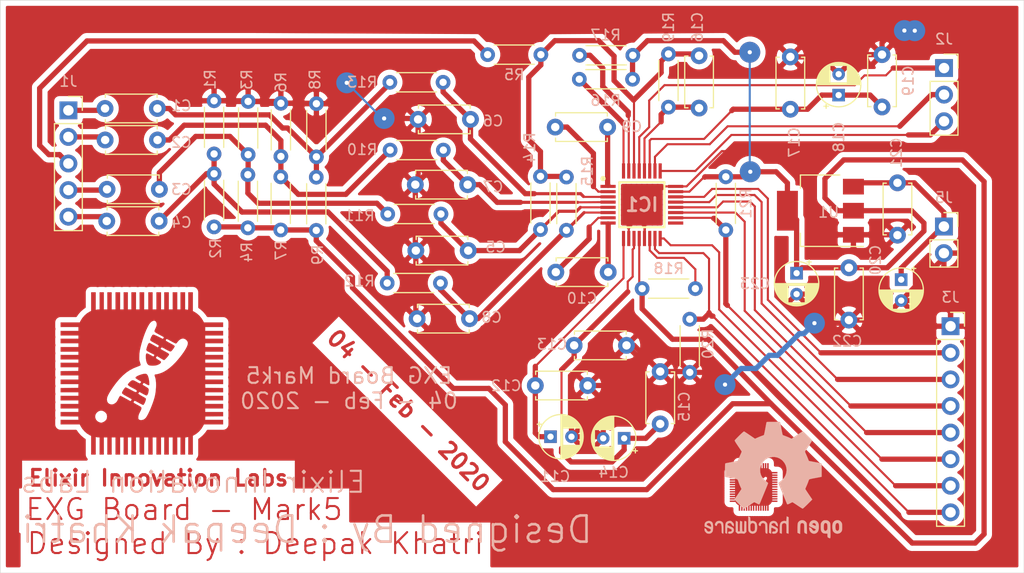
<source format=kicad_pcb>
(kicad_pcb (version 20171130) (host pcbnew 5.1.5-1.fc31)
  (layers (0 F.Cu signal) (31 B.Cu signal) (34 B.Paste user hide) (35 F.Paste user hide) (36 B.SilkS user) (37 F.SilkS user) (38 B.Mask user) (39 F.Mask user hide) (44 Edge.Cuts user))
  (net 0 "")
  (net 1 "Net-(C1-Pad2)")
  (net 2 1N)
  (net 3 "Net-(C2-Pad2)")
  (net 4 1P)
  (net 5 "Net-(C3-Pad2)")
  (net 6 2N)
  (net 7 "Net-(C4-Pad2)")
  (net 8 2P)
  (net 9 "Net-(C5-Pad2)")
  (net 10 GND)
  (net 11 "Net-(C6-Pad2)")
  (net 12 "Net-(C7-Pad2)")
  (net 13 "Net-(C8-Pad2)")
  (net 14 "Net-(C9-Pad2)")
  (net 15 "Net-(C9-Pad1)")
  (net 16 "Net-(C10-Pad2)")
  (net 17 "Net-(C10-Pad1)")
  (net 18 "Net-(C11-Pad1)")
  (net 19 "Net-(C13-Pad2)")
  (net 20 RLD)
  (net 21 "Net-(C16-Pad1)")
  (net 22 "Net-(C17-Pad1)")
  (net 23 VCC)
  (net 24 VDD)
  (net 25 "Net-(IC1-Pad14)")
  (net 26 RESET)
  (net 27 START)
  (net 28 "Net-(IC1-Pad17)")
  (net 29 CS)
  (net 30 DIN)
  (net 31 SCLK)
  (net 32 DOUT)
  (net 33 DRDY)
  (net 34 GPIO2)
  (net 35 GPIO1)
  (net 36 TEST)
  (net 37 "Net-(IC1-Pad31)")
  (net 38 "Net-(IC1-Pad32)")
  (net 39 "Net-(J1-Pad3)")
  (module Symbol:OSHW-Logo2_14.6x12mm_SilkScreen (layer B.Cu) (at 132.5 137.25 180)
    (fp_text reference REF** hide)
    (fp_text value OSHW-Logo2_14.6x12mm_SilkScreen hide)
  )
  (module UpSideDownLabs:elixir_15.5_15.5 (layer B.Cu) (at 70.7517 126.0221)
    (fp_text reference G*** hide)
    (fp_text value LOGO hide)
  )
  (module UpSideDownLabs:elixir_4.5_4.5_F (layer F.Cu) (at 130.6195 137.922)
    (fp_text reference G*** hide)
    (fp_text value LOGO hide)
    (fp_poly (pts (xy -1.288603 -1.776367) (xy -1.260245 -1.782038) (xy -1.230333 -1.786269) (xy -1.205797 -1.78771) (xy -1.179707 -1.78771) (xy -1.179707 -2.268667) (xy -1.061736 -2.268667) (xy -1.061736 -1.78771) (xy -0.961915 -1.78771) (xy -0.961915 -2.268667) (xy -0.843944 -2.268667) (xy -0.843944 -1.78771) (xy -0.735048 -1.78771) (xy -0.735048 -2.268667) (xy -0.608003 -2.268667) (xy -0.608003 -1.78771) (xy -0.508182 -1.78771) (xy -0.508182 -2.268667) (xy -0.390211 -2.268667) (xy -0.390211 -1.78771) (xy -0.29039 -1.78771) (xy -0.29039 -2.268667) (xy -0.163344 -2.268667) (xy -0.163344 -1.78771) (xy -0.063523 -1.78771) (xy -0.063523 -2.268667) (xy 0.063523 -2.268667) (xy 0.063523 -1.78771) (xy 0.181493 -1.78771) (xy 0.181493 -2.268667) (xy 0.299464 -2.268667) (xy 0.299464 -1.78771) (xy 0.40836 -1.78771) (xy 0.40836 -2.268667) (xy 0.535405 -2.268667) (xy 0.535405 -1.78771) (xy 0.626152 -1.78771) (xy 0.626152 -2.268667) (xy 0.753197 -2.268667) (xy 0.753197 -1.78771) (xy 0.862093 -1.78771) (xy 0.862093 -2.268667) (xy 0.989139 -2.268667) (xy 0.989139 -1.78771) (xy 1.079886 -1.78771) (xy 1.079886 -2.268667) (xy 1.206931 -2.268667) (xy 1.206931 -1.790085) (xy 1.240961 -1.78446) (xy 1.266238 -1.780725) (xy 1.284487 -1.7788) (xy 1.286334 -1.778735) (xy 1.289876 -1.782668) (xy 1.292653 -1.795606) (xy 1.294738 -1.81916) (xy 1.296207 -1.854938) (xy 1.297134 -1.904547) (xy 1.297594 -1.969597) (xy 1.297678 -2.023651) (xy 1.297678 -2.268667) (xy 1.424723 -2.268667) (xy 1.424723 -1.742706) (xy 1.458753 -1.725328) (xy 1.536592 -1.676141) (xy 1.607939 -1.612554) (xy 1.669368 -1.538056) (xy 1.711697 -1.467828) (xy 1.733568 -1.424723) (xy 2.268667 -1.424723) (xy 2.268667 -1.297678) (xy 1.76956 -1.297678) (xy 1.76956 -1.188782) (xy 2.268667 -1.188782) (xy 2.268667 -1.061736) (xy 1.76956 -1.061736) (xy 1.76956 -0.97099) (xy 2.268667 -0.97099) (xy 2.268667 -0.843944) (xy 1.76956 -0.843944) (xy 1.76956 -0.735048) (xy 2.268667 -0.735048) (xy 2.268667 -0.608003) (xy 1.76956 -0.608003) (xy 1.76956 -0.517256) (xy 2.268667 -0.517256) (xy 2.268667 -0.390211) (xy 1.76956 -0.390211) (xy 1.76956 -0.299464) (xy 2.268667 -0.299464) (xy 2.268667 -0.172419) (xy 1.768655 -0.172419) (xy 1.771376 -0.120239) (xy 1.774098 -0.06806) (xy 2.021383 -0.065646) (xy 2.268667 -0.063231) (xy 2.268667 0.054448) (xy 1.76956 0.054448) (xy 1.76956 0.172419) (xy 2.268667 0.172419) (xy 2.268667 0.299464) (xy 1.768655 0.299464) (xy 1.771376 0.351643) (xy 1.774098 0.403823) (xy 2.021383 0.406237) (xy 2.268667 0.408652) (xy 2.268667 0.526331) (xy 1.76956 0.526331) (xy 1.76956 0.626152) (xy 2.268667 0.626152) (xy 2.268667 0.753197) (xy 1.76956 0.753197) (xy 1.76956 0.853019) (xy 2.268667 0.853019) (xy 2.268667 0.980064) (xy 1.76956 0.980064) (xy 1.76956 1.079886) (xy 2.268667 1.079886) (xy 2.268667 1.197565) (xy 2.021383 1.199979) (xy 1.774098 1.202394) (xy 1.768612 1.297678) (xy 2.268667 1.297678) (xy 2.268667 1.424723) (xy 1.733568 1.424723) (xy 1.711697 1.467828) (xy 1.661556 1.548926) (xy 1.598545 1.622118) (xy 1.526091 1.683913) (xy 1.458753 1.725327) (xy 1.424723 1.742705) (xy 1.424723 2.268667) (xy 1.297678 2.268667) (xy 1.297678 1.77626) (xy 1.263648 1.781885) (xy 1.238371 1.78562) (xy 1.220122 1.787545) (xy 1.218274 1.78761) (xy 1.2147 1.791635) (xy 1.211906 1.80472) (xy 1.209815 1.828485) (xy 1.208351 1.864551) (xy 1.207438 1.914537) (xy 1.206999 1.980064) (xy 1.206931 2.028189) (xy 1.206931 2.268667) (xy 1.079886 2.268667) (xy 1.079886 1.78771) (xy 0.989139 1.78771) (xy 0.989139 2.268667) (xy 0.862093 2.268667) (xy 0.862093 1.78771) (xy 0.753197 1.78771) (xy 0.753197 2.268667) (xy 0.626152 2.268667) (xy 0.626152 1.78771) (xy 0.535405 1.78771) (xy 0.535405 2.268667) (xy 0.40836 2.268667) (xy 0.40836 1.78771) (xy 0.299464 1.78771) (xy 0.299464 2.268667) (xy 0.181493 2.268667) (xy 0.181493 1.78771) (xy 0.063523 1.78771) (xy 0.063523 2.268667) (xy -0.063523 2.268667) (xy -0.063523 1.78771) (xy -0.163344 1.78771) (xy -0.163344 2.268667) (xy -0.29039 2.268667) (xy -0.29039 1.78771) (xy -0.390211 1.78771) (xy -0.390211 2.268667) (xy -0.508182 2.268667) (xy -0.508182 1.78771) (xy -0.608003 1.78771) (xy -0.608003 2.268667) (xy -0.735048 2.268667) (xy -0.735048 1.78771) (xy -0.843944 1.78771) (xy -0.843944 2.268667) (xy -0.961915 2.268667) (xy -0.961915 1.78771) (xy -1.061736 1.78771) (xy -1.061736 2.268667) (xy -1.179707 2.268667) (xy -1.179707 1.78771) (xy -1.205797 1.78771) (xy -1.234778 1.785806) (xy -1.260245 1.782038) (xy -1.288603 1.776366) (xy -1.288603 2.268667) (xy -1.415649 2.268667) (xy -1.415649 1.745953) (xy -1.454216 1.727131) (xy -1.528082 1.682136) (xy -1.597408 1.622745) (xy -1.658488 1.552692) (xy -1.707612 1.475711) (xy -1.711697 1.467828) (xy -1.733568 1.424723) (xy -2.268667 1.424723) (xy -2.268667 1.297678) (xy -1.768612 1.297678) (xy -1.774098 1.202394) (xy -2.021383 1.199979) (xy -2.268667 1.197565) (xy -2.268667 1.19723) (xy -1.30426 1.19723) (xy -1.302192 1.233331) (xy -1.283827 1.285419) (xy -1.25106 1.328046) (xy -1.206288 1.358572) (xy -1.179376 1.368695) (xy -1.15254 1.375834) (xy -1.133935 1.377818) (xy -1.114424 1.374759) (xy -1.095518 1.369729) (xy -1.058363 1.352636) (xy -1.021485 1.324663) (xy -0.992092 1.291708) (xy -0.984138 1.278632) (xy -0.974623 1.24701) (xy -0.971455 1.20689) (xy -0.974635 1.166779) (xy -0.984138 1.13523) (xy -1.00931 1.101117) (xy -1.04509 1.070163) (xy -1.084218 1.04823) (xy -1.097495 1.043732) (xy -1.146153 1.039253) (xy -1.192896 1.050286) (xy -1.234902 1.074215) (xy -1.269347 1.108425) (xy -1.293407 1.150302) (xy -1.30426 1.19723) (xy -2.268667 1.19723) (xy -2.268667 1.079886) (xy -1.769561 1.079886) (xy -1.769561 0.980064) (xy -2.268667 0.980064) (xy -2.268667 0.853019) (xy -1.769561 0.853019) (xy -1.769561 0.753197) (xy -2.268667 0.753197) (xy -2.268667 0.742067) (xy -0.975642 0.742067) (xy -0.965135 0.790429) (xy -0.940613 0.828397) (xy -0.902595 0.854933) (xy -0.882227 0.862571) (xy -0.836737 0.869196) (xy -0.792878 0.860163) (xy -0.747403 0.834703) (xy -0.739392 0.828772) (xy -0.716508 0.809089) (xy -0.697404 0.786454) (xy -0.678816 0.756254) (xy -0.657478 0.71387) (xy -0.656126 0.711022) (xy -0.63658 0.672396) (xy -0.619634 0.643951) (xy -0.606954 0.62833) (xy -0.602628 0.626152) (xy -0.590367 0.630391) (xy -0.565463 0.642065) (xy -0.531034 0.659611) (xy -0.490198 0.681466) (xy -0.469354 0.692963) (xy -0.425741 0.717203) (xy -0.386396 0.738984) (xy -0.35469 0.756448) (xy -0.333992 0.767734) (xy -0.329269 0.77025) (xy -0.31448 0.775466) (xy -0.304275 0.769162) (xy -0.295239 0.7538) (xy -0.285748 0.734274) (xy -0.281352 0.722913) (xy -0.281315 0.722524) (xy -0.288825 0.716842) (xy -0.309444 0.70423) (xy -0.340305 0.68637) (xy -0.378542 0.664945) (xy -0.39248 0.657276) (xy -0.447584 0.626833) (xy -0.488626 0.603347) (xy -0.517623 0.58536) (xy -0.536595 0.571413) (xy -0.547558 0.560048) (xy -0.55253 0.549807) (xy -0.553555 0.540882) (xy -0.548629 0.522364) (xy -0.535737 0.495799) (xy -0.517712 0.465435) (xy -0.497385 0.435518) (xy -0.477588 0.410296) (xy -0.461152 0.394014) (xy -0.453096 0.390211) (xy -0.440111 0.394343) (xy -0.414234 0.40578) (xy -0.378474 0.423078) (xy -0.335844 0.444793) (xy -0.302815 0.462232) (xy -0.250583 0.489866) (xy -0.211853 0.509092) (xy -0.184315 0.520414) (xy -0.16566 0.524333) (xy -0.153578 0.521353) (xy -0.145761 0.511976) (xy -0.140186 0.497621) (xy -0.138626 0.486482) (xy -0.143029 0.475881) (xy -0.155608 0.464078) (xy -0.178577 0.449335) (xy -0.214146 0.429913) (xy -0.249554 0.411673) (xy -0.307695 0.380679) (xy -0.349667 0.354964) (xy -0.376433 0.333831) (xy -0.388961 0.316582) (xy -0.390211 0.310061) (xy -0.384073 0.296639) (xy -0.367782 0.275009) (xy -0.344522 0.249277) (xy -0.337768 0.242463) (xy -0.307611 0.214557) (xy -0.282059 0.197578) (xy -0.257189 0.191392) (xy -0.229077 0.195863) (xy -0.193798 0.210858) (xy -0.147954 0.235941) (xy -0.113389 0.255152) (xy -0.084057 0.270333) (xy -0.063891 0.279507) (xy -0.057612 0.281315) (xy -0.04519 0.27447) (xy -0.030611 0.258825) (xy -0.020032 0.241711) (xy -0.018149 0.234322) (xy -0.02547 0.227056) (xy -0.044973 0.21349) (xy -0.072968 0.196126) (xy -0.083941 0.189701) (xy -0.125609 0.165114) (xy -0.153335 0.147028) (xy -0.169252 0.133518) (xy -0.175495 0.122658) (xy -0.174195 0.112523) (xy -0.172765 0.109544) (xy -0.156162 0.092577) (xy -0.12577 0.073917) (xy -0.08566 0.055102) (xy -0.039902 0.037672) (xy 0.007433 0.023168) (xy 0.052276 0.013128) (xy 0.090556 0.009092) (xy 0.092833 0.009075) (xy 0.120922 0.012961) (xy 0.142741 0.026366) (xy 0.160689 0.051907) (xy 0.177165 0.092201) (xy 0.181694 0.106015) (xy 0.191175 0.142538) (xy 0.198901 0.184605) (xy 0.204488 0.227958) (xy 0.207547 0.268338) (xy 0.207694 0.301488) (xy 0.204541 0.32315) (xy 0.201835 0.328126) (xy 0.189094 0.329189) (xy 0.163083 0.319641) (xy 0.124268 0.299844) (xy 0.055927 0.262337) (xy 0.036901 0.282758) (xy 0.024367 0.299838) (xy 0.020906 0.312273) (xy 0.020913 0.312292) (xy 0.029658 0.320762) (xy 0.050364 0.335495) (xy 0.07919 0.353827) (xy 0.091378 0.361127) (xy 0.132885 0.385877) (xy 0.161115 0.404524) (xy 0.178441 0.420155) (xy 0.187236 0.435858) (xy 0.189874 0.454719) (xy 0.188728 0.479826) (xy 0.188162 0.487015) (xy 0.181512 0.530558) (xy 0.169826 0.568849) (xy 0.154782 0.597963) (xy 0.138056 0.613978) (xy 0.133204 0.615599) (xy 0.119053 0.612553) (xy 0.093101 0.601973) (xy 0.05917 0.585565) (xy 0.024665 0.567059) (xy -0.067347 0.515461) (xy -0.083584 0.535513) (xy -0.09548 0.552831) (xy -0.099821 0.563747) (xy -0.092216 0.57317) (xy -0.071252 0.589099) (xy -0.039706 0.609732) (xy -0.000357 0.633268) (xy 0.044019 0.657906) (xy 0.051569 0.66192) (xy 0.080282 0.678379) (xy 0.102042 0.693267) (xy 0.112223 0.703412) (xy 0.112278 0.703549) (xy 0.11322 0.722895) (xy 0.107202 0.75165) (xy 0.096104 0.785347) (xy 0.081804 0.819519) (xy 0.066181 0.8497) (xy 0.051113 0.871423) (xy 0.038479 0.880222) (xy 0.037961 0.880243) (xy 0.024101 0.875982) (xy -0.001968 0.864325) (xy -0.036743 0.846958) (xy -0.076721 0.82557) (xy -0.084497 0.821257) (xy -0.124269 0.799431) (xy -0.158619 0.781254) (xy -0.184323 0.768383) (xy -0.19816 0.762474) (xy -0.199269 0.762272) (xy -0.211185 0.769496) (xy -0.223569 0.78608) (xy -0.231795 0.804393) (xy -0.231842 0.816012) (xy -0.222006 0.823685) (xy -0.199467 0.837732) (xy -0.167612 0.85613) (xy -0.131115 0.876167) (xy -0.092498 0.897392) (xy -0.05897 0.916764) (xy -0.034288 0.932051) (xy -0.022564 0.940647) (xy -0.012432 0.956162) (xy -0.010544 0.976413) (xy -0.017477 1.004145) (xy -0.03381 1.042104) (xy -0.051088 1.076119) (xy -0.073416 1.121161) (xy -0.087412 1.15721) (xy -0.0951 1.190177) (xy -0.097611 1.21196) (xy -0.09932 1.244602) (xy -0.097157 1.265153) (xy -0.089976 1.279466) (xy -0.082822 1.287453) (xy -0.056449 1.302147) (xy -0.020325 1.306806) (xy 0.020153 1.301395) (xy 0.054931 1.288356) (xy 0.082442 1.269414) (xy 0.109728 1.243116) (xy 0.119036 1.23164) (xy 0.146753 1.188424) (xy 0.177756 1.130977) (xy 0.210668 1.062606) (xy 0.244109 0.986621) (xy 0.276703 0.90633) (xy 0.30707 0.825041) (xy 0.333832 0.746062) (xy 0.355611 0.672702) (xy 0.361833 0.648839) (xy 0.377482 0.573611) (xy 0.388859 0.492612) (xy 0.395893 0.409443) (xy 0.398513 0.327706) (xy 0.39665 0.251001) (xy 0.390233 0.182932) (xy 0.379192 0.1271) (xy 0.372422 0.106206) (xy 0.360172 0.069128) (xy 0.35783 0.045223) (xy 0.365965 0.032102) (xy 0.385144 0.027375) (xy 0.391216 0.027224) (xy 0.422725 0.023473) (xy 0.465156 0.013321) (xy 0.513168 -0.001579) (xy 0.56142 -0.019574) (xy 0.603465 -0.038454) (xy 0.684983 -0.086058) (xy 0.770387 -0.148504) (xy 0.857129 -0.22366) (xy 0.942658 -0.3094) (xy 0.986664 -0.35845) (xy 1.058564 -0.444567) (xy 1.122304 -0.526932) (xy 1.176889 -0.604026) (xy 1.221326 -0.674331) (xy 1.254621 -0.736325) (xy 1.27578 -0.788491) (xy 1.281116 -0.808537) (xy 1.286568 -0.839852) (xy 1.28627 -0.861937) (xy 1.279566 -0.882984) (xy 1.274252 -0.894366) (xy 1.245282 -0.933821) (xy 1.204231 -0.962296) (xy 1.165346 -0.975069) (xy 1.125321 -0.973987) (xy 1.082637 -0.958152) (xy 1.041221 -0.929723) (xy 1.005001 -0.89086) (xy 1.000348 -0.884392) (xy 0.979297 -0.857588) (xy 0.960613 -0.840093) (xy 0.949872 -0.835214) (xy 0.936468 -0.839438) (xy 0.910638 -0.8513) (xy 0.875582 -0.8692) (xy 0.834497 -0.89154) (xy 0.814174 -0.903028) (xy 0.76579 -0.930347) (xy 0.730542 -0.94879) (xy 0.706 -0.958809) (xy 0.68973 -0.960855) (xy 0.679301 -0.95538) (xy 0.67228 -0.942837) (xy 0.66811 -0.930154) (xy 0.667956 -0.922226) (xy 0.673656 -0.913477) (xy 0.687343 -0.902401) (xy 0.711151 -0.887493) (xy 0.747214 -0.867247) (xy 0.789644 -0.844426) (xy 0.83975 -0.817251) (xy 0.875484 -0.796552) (xy 0.898845 -0.780971) (xy 0.911832 -0.76915) (xy 0.916444 -0.759729) (xy 0.916539 -0.758217) (xy 0.911271 -0.742792) (xy 0.897223 -0.71776) (xy 0.877029 -0.687626) (xy 0.86851 -0.676063) (xy 0.843963 -0.644743) (xy 0.826259 -0.625804) (xy 0.812173 -0.616527) (xy 0.798476 -0.614196) (xy 0.795234 -0.614342) (xy 0.77804 -0.61943) (xy 0.749119 -0.632045) (xy 0.712303 -0.650369) (xy 0.671423 -0.672581) (xy 0.665438 -0.675986) (xy 0.620361 -0.701349) (xy 0.587982 -0.717776) (xy 0.565462 -0.725709) (xy 0.54996 -0.725593) (xy 0.538636 -0.717868) (xy 0.528651 -0.702979) (xy 0.525798 -0.697754) (xy 0.52421 -0.690324) (xy 0.528962 -0.682042) (xy 0.542231 -0.671321) (xy 0.566194 -0.656571) (xy 0.603028 -0.636206) (xy 0.629681 -0.621972) (xy 0.680766 -0.594512) (xy 0.717462 -0.573523) (xy 0.741617 -0.557364) (xy 0.755079 -0.544393) (xy 0.759693 -0.532968) (xy 0.757308 -0.521446) (xy 0.752612 -0.512691) (xy 0.737251 -0.490946) (xy 0.715312 -0.464038) (xy 0.690028 -0.435437) (xy 0.664635 -0.408611) (xy 0.642366 -0.387031) (xy 0.626454 -0.374166) (xy 0.621532 -0.372062) (xy 0.609239 -0.376592) (xy 0.585126 -0.388916) (xy 0.552715 -0.407133) (xy 0.516789 -0.42857) (xy 0.424568 -0.485078) (xy 0.407091 -0.463495) (xy 0.395617 -0.445217) (xy 0.392738 -0.431942) (xy 0.402065 -0.421389) (xy 0.423295 -0.404736) (xy 0.452489 -0.384735) (xy 0.485705 -0.364142) (xy 0.506995 -0.352066) (xy 0.529144 -0.33355) (xy 0.534407 -0.312417) (xy 0.523635 -0.289884) (xy 0.497682 -0.267171) (xy 0.457401 -0.245495) (xy 0.423171 -0.232279) (xy 0.386348 -0.223618) (xy 0.341393 -0.218652) (xy 0.293641 -0.21735) (xy 0.248425 -0.219683) (xy 0.211078 -0.225619) (xy 0.189292 -0.233602) (xy 0.159847 -0.261136) (xy 0.136949 -0.304326) (xy 0.121196 -0.361682) (xy 0.113766 -0.421972) (xy 0.111896 -0.481501) (xy 0.115529 -0.524204) (xy 0.124756 -0.550583) (xy 0.139001 -0.561019) (xy 0.152927 -0.55792) (xy 0.178237 -0.54722) (xy 0.210828 -0.53078) (xy 0.233947 -0.517914) (xy 0.268407 -0.498542) (xy 0.297414 -0.483192) (xy 0.317157 -0.473829) (xy 0.323277 -0.471883) (xy 0.332023 -0.478638) (xy 0.342606 -0.494012) (xy 0.350805 -0.510669) (xy 0.352398 -0.521274) (xy 0.351983 -0.521761) (xy 0.343278 -0.526461) (xy 0.321897 -0.537408) (xy 0.29142 -0.552777) (xy 0.267703 -0.564638) (xy 0.216579 -0.590351) (xy 0.179562 -0.609784) (xy 0.154397 -0.624517) (xy 0.13883 -0.636128) (xy 0.130607 -0.646196) (xy 0.127476 -0.656299) (xy 0.127103 -0.66313) (xy 0.130434 -0.686516) (xy 0.139191 -0.719779) (xy 0.151391 -0.75723) (xy 0.165056 -0.793181) (xy 0.178205 -0.821943) (xy 0.187418 -0.836403) (xy 0.202683 -0.849264) (xy 0.212292 -0.853019) (xy 0.223352 -0.848699) (xy 0.246931 -0.836842) (xy 0.279897 -0.819104) (xy 0.31912 -0.797139) (xy 0.332467 -0.789496) (xy 0.372584 -0.766604) (xy 0.406949 -0.747378) (xy 0.432584 -0.733456) (xy 0.446509 -0.726475) (xy 0.448037 -0.725974) (xy 0.455326 -0.733157) (xy 0.466006 -0.750631) (xy 0.466949 -0.752431) (xy 0.472052 -0.762185) (xy 0.474562 -0.77011) (xy 0.472608 -0.7777) (xy 0.464314 -0.786447) (xy 0.447808 -0.797844) (xy 0.421216 -0.813384) (xy 0.382665 -0.834559) (xy 0.33028 -0.862864) (xy 0.324315 -0.866087) (xy 0.289473 -0.886011) (xy 0.260503 -0.904615) (xy 0.241372 -0.919243) (xy 0.236272 -0.924998) (xy 0.235403 -0.942258) (xy 0.24263 -0.969497) (xy 0.255611 -1.001848) (xy 0.272003 -1.034442) (xy 0.289464 -1.062414) (xy 0.305649 -1.080895) (xy 0.313442 -1.085326) (xy 0.330795 -1.083405) (xy 0.36241 -1.072341) (xy 0.408684 -1.051975) (xy 0.461528 -1.026391) (xy 0.589809 -0.962486) (xy 0.604792 -0.985353) (xy 0.613441 -1.004711) (xy 0.61162 -1.016065) (xy 0.600666 -1.023236) (xy 0.577193 -1.036685) (xy 0.544819 -1.05439) (xy 0.512719 -1.071421) (xy 0.457368 -1.100745) (xy 0.416299 -1.123524) (xy 0.387485 -1.141182) (xy 0.368902 -1.155143) (xy 0.358524 -1.166832) (xy 0.354327 -1.177671) (xy 0.353912 -1.183068) (xy 0.358003 -1.201333) (xy 0.368782 -1.229599) (xy 0.384008 -1.262063) (xy 0.385673 -1.265286) (xy 0.408464 -1.318202) (xy 0.417063 -1.364334) (xy 0.411918 -1.407628) (xy 0.404294 -1.429532) (xy 0.389396 -1.453499) (xy 0.370441 -1.470309) (xy 0.368263 -1.471411) (xy 0.337801 -1.475926) (xy 0.302376 -1.466287) (xy 0.265774 -1.444246) (xy 0.23178 -1.41155) (xy 0.227599 -1.406419) (xy 0.193994 -1.356969) (xy 0.158446 -1.291962) (xy 0.121908 -1.213759) (xy 0.08533 -1.124721) (xy 0.049662 -1.027207) (xy 0.015856 -0.92358) (xy -0.015137 -0.816198) (xy -0.024564 -0.780422) (xy -0.040194 -0.71816) (xy -0.051545 -0.668337) (xy -0.059423 -0.625971) (xy -0.064636 -0.586079) (xy -0.067989 -0.543678) (xy -0.070089 -0.499107) (xy -0.071759 -0.447829) (xy -0.071933 -0.410037) (xy -0.070192 -0.3811) (xy -0.066116 -0.356386) (xy -0.059288 -0.331266) (xy -0.053223 -0.312667) (xy -0.043039 -0.279527) (xy -0.036306 -0.251829) (xy -0.034345 -0.235097) (xy -0.034463 -0.234234) (xy -0.044779 -0.223605) (xy -0.071394 -0.209771) (xy -0.112889 -0.193446) (xy -0.120718 -0.190685) (xy -0.232434 -0.145899) (xy -0.335193 -0.091757) (xy -0.431788 -0.026292) (xy -0.525009 0.052462) (xy -0.617647 0.146472) (xy -0.648768 0.181411) (xy -0.70191 0.245065) (xy -0.754318 0.312729) (xy -0.80447 0.382031) (xy -0.850845 0.450604) (xy -0.891922 0.516075) (xy -0.926179 0.576076) (xy -0.952094 0.628236) (xy -0.968147 0.670184) (xy -0.971612 0.684347) (xy -0.975642 0.742067) (xy -2.268667 0.742067) (xy -2.268667 0.626152) (xy -1.769561 0.626152) (xy -1.769561 0.526331) (xy -2.268667 0.526331) (xy -2.268667 0.408652) (xy -2.021383 0.406237) (xy -1.774098 0.403823) (xy -1.771376 0.351643) (xy -1.768655 0.299464) (xy -2.268667 0.299464) (xy -2.268667 0.172419) (xy -1.769561 0.172419) (xy -1.769561 0.054448) (xy -2.268667 0.054448) (xy -2.268667 -0.063231) (xy -2.021383 -0.065646) (xy -1.774098 -0.06806) (xy -1.771376 -0.120239) (xy -1.768655 -0.172419) (xy -2.268667 -0.172419) (xy -2.268667 -0.299464) (xy -1.769561 -0.299464) (xy -1.769561 -0.390211) (xy -2.268667 -0.390211) (xy -2.268667 -0.517256) (xy -1.769561 -0.517256) (xy -1.769561 -0.608003) (xy -2.268667 -0.608003) (xy -2.268667 -0.735048) (xy -1.769561 -0.735048) (xy -1.769561 -0.843944) (xy -2.268667 -0.843944) (xy -2.268667 -0.97099) (xy -1.769561 -0.97099) (xy -1.769561 -1.061736) (xy -2.268667 -1.061736) (xy -2.268667 -1.188782) (xy -1.769561 -1.188782) (xy -1.769561 -1.297678) (xy -2.268667 -1.297678) (xy -2.268667 -1.424723) (xy -1.733568 -1.424723) (xy -1.711697 -1.467828) (xy -1.66201 -1.548382) (xy -1.599854 -1.6209) (xy -1.528552 -1.682035) (xy -1.454216 -1.727089) (xy -1.415649 -1.745953) (xy -1.415649 -2.268667) (xy -1.288603 -2.268667) (xy -1.288603 -1.776367)) (layer F.Cu) (width 0.01))
  )
  (module UpSideDownLabs:elixir_15.5_15.5_F (layer F.Cu) (at 72.2249 127.0762)
    (fp_text reference G*** hide)
    (fp_text value LOGO hide)
    (fp_poly (pts (xy -4.403907 -6.070879) (xy -4.30699 -6.090262) (xy -4.204764 -6.10472) (xy -4.120909 -6.109646) (xy -4.031746 -6.109646) (xy -4.031746 -7.753357) (xy -3.628571 -7.753357) (xy -3.628571 -6.109646) (xy -3.287423 -6.109646) (xy -3.287423 -7.753357) (xy -2.884249 -7.753357) (xy -2.884249 -6.109646) (xy -2.512088 -6.109646) (xy -2.512088 -7.753357) (xy -2.0779 -7.753357) (xy -2.0779 -6.109646) (xy -1.736752 -6.109646) (xy -1.736752 -7.753357) (xy -1.333577 -7.753357) (xy -1.333577 -6.109646) (xy -0.99243 -6.109646) (xy -0.99243 -7.753357) (xy -0.558242 -7.753357) (xy -0.558242 -6.109646) (xy -0.217094 -6.109646) (xy -0.217094 -7.753357) (xy 0.217094 -7.753357) (xy 0.217094 -6.109646) (xy 0.620269 -6.109646) (xy 0.620269 -7.753357) (xy 1.023443 -7.753357) (xy 1.023443 -6.109646) (xy 1.395605 -6.109646) (xy 1.395605 -7.753357) (xy 1.829793 -7.753357) (xy 1.829793 -6.109646) (xy 2.139927 -6.109646) (xy 2.139927 -7.753357) (xy 2.574115 -7.753357) (xy 2.574115 -6.109646) (xy 2.946276 -6.109646) (xy 2.946276 -7.753357) (xy 3.380464 -7.753357) (xy 3.380464 -6.109646) (xy 3.690599 -6.109646) (xy 3.690599 -7.753357) (xy 4.124787 -7.753357) (xy 4.124787 -6.117761) (xy 4.241087 -6.098538) (xy 4.327472 -6.085775) (xy 4.38984 -6.079196) (xy 4.396154 -6.078974) (xy 4.408259 -6.092413) (xy 4.417748 -6.136632) (xy 4.424875 -6.21713) (xy 4.429896 -6.339402) (xy 4.433065 -6.508947) (xy 4.434635 -6.73126) (xy 4.434921 -6.915995) (xy 4.434921 -7.753357) (xy 4.869109 -7.753357) (xy 4.869109 -5.955839) (xy 4.985409 -5.896449) (xy 5.251431 -5.72835) (xy 5.495266 -5.511037) (xy 5.705202 -5.256433) (xy 5.849866 -5.016422) (xy 5.92461 -4.869108) (xy 7.753358 -4.869108) (xy 7.753358 -4.43492) (xy 6.047619 -4.43492) (xy 6.047619 -4.062759) (xy 7.753358 -4.062759) (xy 7.753358 -3.628571) (xy 6.047619 -3.628571) (xy 6.047619 -3.318437) (xy 7.753358 -3.318437) (xy 7.753358 -2.884249) (xy 6.047619 -2.884249) (xy 6.047619 -2.512088) (xy 7.753358 -2.512088) (xy 7.753358 -2.0779) (xy 6.047619 -2.0779) (xy 6.047619 -1.767765) (xy 7.753358 -1.767765) (xy 7.753358 -1.333577) (xy 6.047619 -1.333577) (xy 6.047619 -1.023443) (xy 7.753358 -1.023443) (xy 7.753358 -0.589255) (xy 6.044524 -0.589255) (xy 6.053825 -0.410928) (xy 6.063126 -0.2326) (xy 6.908242 -0.224349) (xy 7.753358 -0.216097) (xy 7.753358 0.186081) (xy 6.047619 0.186081) (xy 6.047619 0.589255) (xy 7.753358 0.589255) (xy 7.753358 1.023443) (xy 6.044524 1.023443) (xy 6.053825 1.201771) (xy 6.063126 1.380098) (xy 7.753358 1.396602) (xy 7.753358 1.798779) (xy 6.047619 1.798779) (xy 6.047619 2.139927) (xy 7.753358 2.139927) (xy 7.753358 2.574115) (xy 6.047619 2.574115) (xy 6.047619 2.915263) (xy 7.753358 2.915263) (xy 7.753358 3.349451) (xy 6.047619 3.349451) (xy 6.047619 3.690599) (xy 7.753358 3.690599) (xy 7.753358 4.092776) (xy 6.063126 4.10928) (xy 6.053752 4.2721) (xy 6.044378 4.434921) (xy 7.753358 4.434921) (xy 7.753358 4.869109) (xy 5.92461 4.869109) (xy 5.849866 5.016423) (xy 5.678505 5.293584) (xy 5.463161 5.543721) (xy 5.215544 5.754911) (xy 4.985409 5.89645) (xy 4.869109 5.95584) (xy 4.869109 7.753358) (xy 4.434921 7.753358) (xy 4.434921 6.070517) (xy 4.318621 6.08974) (xy 4.232235 6.102503) (xy 4.169868 6.109082) (xy 4.163553 6.109305) (xy 4.151339 6.123061) (xy 4.14179 6.16778) (xy 4.134644 6.249) (xy 4.129641 6.372257) (xy 4.12652 6.543089) (xy 4.125018 6.767032) (xy 4.124787 6.931502) (xy 4.124787 7.753358) (xy 3.690599 7.753358) (xy 3.690599 6.109646) (xy 3.380464 6.109646) (xy 3.380464 7.753358) (xy 2.946276 7.753358) (xy 2.946276 6.109646) (xy 2.574115 6.109646) (xy 2.574115 7.753358) (xy 2.139927 7.753358) (xy 2.139927 6.109646) (xy 1.829793 6.109646) (xy 1.829793 7.753358) (xy 1.395605 7.753358) (xy 1.395605 6.109646) (xy 1.023443 6.109646) (xy 1.023443 7.753358) (xy 0.620269 7.753358) (xy 0.620269 6.109646) (xy 0.217094 6.109646) (xy 0.217094 7.753358) (xy -0.217094 7.753358) (xy -0.217094 6.109646) (xy -0.558242 6.109646) (xy -0.558242 7.753358) (xy -0.99243 7.753358) (xy -0.99243 6.109646) (xy -1.333577 6.109646) (xy -1.333577 7.753358) (xy -1.736752 7.753358) (xy -1.736752 6.109646) (xy -2.0779 6.109646) (xy -2.0779 7.753358) (xy -2.512088 7.753358) (xy -2.512088 6.109646) (xy -2.884249 6.109646) (xy -2.884249 7.753358) (xy -3.287423 7.753358) (xy -3.287423 6.109646) (xy -3.628571 6.109646) (xy -3.628571 7.753358) (xy -4.031746 7.753358) (xy -4.031746 6.109646) (xy -4.120909 6.109646) (xy -4.219955 6.103139) (xy -4.30699 6.090263) (xy -4.403907 6.070879) (xy -4.403907 7.753358) (xy -4.838095 7.753358) (xy -4.838095 5.966939) (xy -4.969902 5.902614) (xy -5.222345 5.74884) (xy -5.459274 5.545865) (xy -5.668017 5.306453) (xy -5.835903 5.043365) (xy -5.849866 5.016423) (xy -5.92461 4.869109) (xy -7.753357 4.869109) (xy -7.753357 4.434921) (xy -6.044377 4.434921) (xy -6.053751 4.2721) (xy -6.063126 4.10928) (xy -6.908242 4.101028) (xy -7.753357 4.092776) (xy -7.753357 4.091634) (xy -4.457416 4.091634) (xy -4.450348 4.215012) (xy -4.387584 4.393025) (xy -4.275601 4.538707) (xy -4.122588 4.643032) (xy -4.030613 4.677629) (xy -3.9389 4.702027) (xy -3.875316 4.708807) (xy -3.808635 4.698353) (xy -3.744024 4.681164) (xy -3.617042 4.622744) (xy -3.491008 4.527147) (xy -3.390555 4.41452) (xy -3.363373 4.36983) (xy -3.330853 4.261759) (xy -3.320028 4.124647) (xy -3.330896 3.987564) (xy -3.363373 3.879743) (xy -3.449399 3.763158) (xy -3.571681 3.657372) (xy -3.705404 3.582413) (xy -3.750781 3.567041) (xy -3.917072 3.551734) (xy -4.07682 3.589439) (xy -4.220378 3.671218) (xy -4.338096 3.788135) (xy -4.420325 3.931253) (xy -4.457416 4.091634) (xy -7.753357 4.091634) (xy -7.753357 3.690599) (xy -6.047619 3.690599) (xy -6.047619 3.349451) (xy -7.753357 3.349451) (xy -7.753357 2.915263) (xy -6.047619 2.915263) (xy -6.047619 2.574115) (xy -7.753357 2.574115) (xy -7.753357 2.536076) (xy -3.334335 2.536076) (xy -3.298429 2.701358) (xy -3.214623 2.831116) (xy -3.084693 2.921806) (xy -3.015084 2.947908) (xy -2.859616 2.970551) (xy -2.709726 2.939678) (xy -2.554312 2.852665) (xy -2.526931 2.832397) (xy -2.448725 2.765128) (xy -2.383436 2.687773) (xy -2.319908 2.584559) (xy -2.246986 2.43971) (xy -2.242364 2.429976) (xy -2.175564 2.297971) (xy -2.117648 2.200757) (xy -2.074313 2.14737) (xy -2.059529 2.139927) (xy -2.017627 2.154413) (xy -1.932516 2.19431) (xy -1.814852 2.254276) (xy -1.675291 2.328968) (xy -1.604054 2.36826) (xy -1.455003 2.451101) (xy -1.320541 2.52554) (xy -1.212183 2.585223) (xy -1.141446 2.623796) (xy -1.125302 2.632394) (xy -1.07476 2.650219) (xy -1.039883 2.628677) (xy -1.009002 2.576176) (xy -0.976568 2.509442) (xy -0.961542 2.470616) (xy -0.961416 2.469286) (xy -0.987082 2.449867) (xy -1.057549 2.406764) (xy -1.16302 2.345727) (xy -1.293697 2.272506) (xy -1.341331 2.246295) (xy -1.529654 2.142254) (xy -1.669918 2.061989) (xy -1.76902 2.000516) (xy -1.833856 1.952852) (xy -1.871323 1.914012) (xy -1.888318 1.879013) (xy -1.891819 1.848508) (xy -1.874983 1.785221) (xy -1.830925 1.694435) (xy -1.769324 1.590664) (xy -1.699855 1.488421) (xy -1.632196 1.40222) (xy -1.576025 1.346577) (xy -1.548494 1.333578) (xy -1.504115 1.347702) (xy -1.415677 1.386787) (xy -1.293467 1.445903) (xy -1.147774 1.520119) (xy -1.034894 1.579716) (xy -0.856386 1.674157) (xy -0.724023 1.739866) (xy -0.629911 1.778558) (xy -0.566156 1.791953) (xy -0.524867 1.781768) (xy -0.498148 1.74972) (xy -0.479096 1.700661) (xy -0.473764 1.662593) (xy -0.488812 1.626362) (xy -0.531804 1.586025) (xy -0.6103 1.53564) (xy -0.731862 1.469265) (xy -0.852869 1.406928) (xy -1.051574 1.301002) (xy -1.195014 1.21312) (xy -1.28649 1.140896) (xy -1.329304 1.081947) (xy -1.333577 1.059661) (xy -1.312601 1.013788) (xy -1.256926 0.939867) (xy -1.177432 0.851925) (xy -1.154351 0.828639) (xy -1.051286 0.733266) (xy -0.963961 0.675239) (xy -0.878965 0.654097) (xy -0.782888 0.669379) (xy -0.662322 0.720625) (xy -0.505643 0.806349) (xy -0.387515 0.872004) (xy -0.28727 0.923885) (xy -0.218353 0.95524) (xy -0.196894 0.961417) (xy -0.154439 0.938025) (xy -0.104614 0.884556) (xy -0.06846 0.826068) (xy -0.062027 0.800817) (xy -0.087046 0.775983) (xy -0.153699 0.729619) (xy -0.249372 0.670278) (xy -0.286874 0.648318) (xy -0.429277 0.564292) (xy -0.524034 0.502482) (xy -0.578433 0.456309) (xy -0.599767 0.419194) (xy -0.595326 0.384557) (xy -0.590439 0.374375) (xy -0.533697 0.31639) (xy -0.42983 0.252617) (xy -0.292751 0.188315) (xy -0.136369 0.128748) (xy 0.025404 0.079178) (xy 0.178658 0.044866) (xy 0.309482 0.031075) (xy 0.317265 0.031014) (xy 0.413261 0.044297) (xy 0.487829 0.090109) (xy 0.549168 0.177397) (xy 0.605478 0.315105) (xy 0.620953 0.362315) (xy 0.653356 0.487134) (xy 0.679763 0.630902) (xy 0.698854 0.779065) (xy 0.70931 0.917069) (xy 0.70981 1.030362) (xy 0.699037 1.104391) (xy 0.689787 1.121398) (xy 0.646245 1.125031) (xy 0.557351 1.092399) (xy 0.424696 1.024743) (xy 0.191136 0.896558) (xy 0.126114 0.966351) (xy 0.083278 1.024721) (xy 0.07145 1.067219) (xy 0.071471 1.067283) (xy 0.101359 1.096232) (xy 0.172125 1.146582) (xy 0.270639 1.209234) (xy 0.312293 1.234182) (xy 0.454147 1.318766) (xy 0.550625 1.382494) (xy 0.609837 1.435915) (xy 0.639895 1.48958) (xy 0.64891 1.55404) (xy 0.644994 1.639844) (xy 0.643061 1.664413) (xy 0.620332 1.813228) (xy 0.580395 1.944089) (xy 0.52898 2.04359) (xy 0.471819 2.098322) (xy 0.455237 2.10386) (xy 0.406873 2.093452) (xy 0.318183 2.057292) (xy 0.20222 2.001219) (xy 0.084294 1.937973) (xy -0.230164 1.761633) (xy -0.285656 1.830162) (xy -0.32631 1.889346) (xy -0.341147 1.926654) (xy -0.315155 1.958857) (xy -0.243508 2.013294) (xy -0.135698 2.083809) (xy -0.001218 2.164246) (xy 0.150438 2.248449) (xy 0.176241 2.262165) (xy 0.274372 2.318416) (xy 0.348739 2.369298) (xy 0.383532 2.40397) (xy 0.38372 2.404436) (xy 0.386939 2.470555) (xy 0.366374 2.568827) (xy 0.328445 2.683988) (xy 0.279574 2.800773) (xy 0.22618 2.903919) (xy 0.174684 2.97816) (xy 0.131505 3.008233) (xy 0.129734 3.008303) (xy 0.082368 2.993742) (xy -0.006725 2.953902) (xy -0.125572 2.894551) (xy -0.262201 2.821455) (xy -0.288775 2.806716) (xy -0.4247 2.732122) (xy -0.542092 2.670001) (xy -0.629939 2.626013) (xy -0.677229 2.605817) (xy -0.681017 2.605128) (xy -0.721741 2.629817) (xy -0.764064 2.686495) (xy -0.792178 2.749081) (xy -0.792338 2.788789) (xy -0.758722 2.815011) (xy -0.681694 2.863018) (xy -0.572827 2.925896) (xy -0.448097 2.994375) (xy -0.316118 3.066913) (xy -0.201534 3.133116) (xy -0.117182 3.185361) (xy -0.077113 3.214741) (xy -0.042486 3.267763) (xy -0.036033 3.336972) (xy -0.059728 3.431749) (xy -0.115548 3.561476) (xy -0.174595 3.677727) (xy -0.250906 3.831661) (xy -0.298739 3.954861) (xy -0.325013 4.067529) (xy -0.333593 4.141975) (xy -0.339432 4.253532) (xy -0.33204 4.323766) (xy -0.307499 4.37268) (xy -0.283051 4.399977) (xy -0.192917 4.450195) (xy -0.069461 4.466119) (xy 0.068875 4.447626) (xy 0.187732 4.403065) (xy 0.281754 4.338327) (xy 0.375006 4.248454) (xy 0.406816 4.209231) (xy 0.501541 4.061537) (xy 0.607497 3.865206) (xy 0.719975 3.631545) (xy 0.834265 3.371861) (xy 0.945655 3.097459) (xy 1.049436 2.819647) (xy 1.140898 2.549731) (xy 1.21533 2.299017) (xy 1.236595 2.217461) (xy 1.290078 1.960365) (xy 1.328959 1.683544) (xy 1.352997 1.399306) (xy 1.361952 1.119962) (xy 1.355585 0.857819) (xy 1.333654 0.625187) (xy 1.29592 0.434376) (xy 1.272783 0.36297) (xy 1.230919 0.236252) (xy 1.222915 0.154554) (xy 1.250716 0.10971) (xy 1.316263 0.093556) (xy 1.337014 0.093041) (xy 1.444697 0.08022) (xy 1.589709 0.045525) (xy 1.753796 -0.005396) (xy 1.918701 -0.066894) (xy 2.062393 -0.131419) (xy 2.340987 -0.294111) (xy 2.632863 -0.507522) (xy 2.929309 -0.764378) (xy 3.221613 -1.0574) (xy 3.372005 -1.22503) (xy 3.61773 -1.519342) (xy 3.835565 -1.800833) (xy 4.022116 -2.06431) (xy 4.173984 -2.30458) (xy 4.287772 -2.516451) (xy 4.360085 -2.694731) (xy 4.37832 -2.763241) (xy 4.396953 -2.870262) (xy 4.395934 -2.945741) (xy 4.373024 -3.017669) (xy 4.354862 -3.05657) (xy 4.255856 -3.191409) (xy 4.115558 -3.288726) (xy 3.982667 -3.332377) (xy 3.845879 -3.328678) (xy 3.700001 -3.274562) (xy 3.558458 -3.177405) (xy 3.434675 -3.044586) (xy 3.418772 -3.022481) (xy 3.34683 -2.930876) (xy 3.282973 -2.871087) (xy 3.246266 -2.854412) (xy 3.200457 -2.868849) (xy 3.112182 -2.909386) (xy 2.992374 -2.970561) (xy 2.851962 -3.046911) (xy 2.782508 -3.086171) (xy 2.61715 -3.179536) (xy 2.49669 -3.242566) (xy 2.412814 -3.276807) (xy 2.35721 -3.2838) (xy 2.321568 -3.26509) (xy 2.297575 -3.222221) (xy 2.283322 -3.178876) (xy 2.282796 -3.151784) (xy 2.302275 -3.121883) (xy 2.349051 -3.084029) (xy 2.430417 -3.033079) (xy 2.553665 -2.963888) (xy 2.698675 -2.885895) (xy 2.869917 -2.793022) (xy 2.99204 -2.722282) (xy 3.071878 -2.669032) (xy 3.116262 -2.628631) (xy 3.132025 -2.596437) (xy 3.13235 -2.591267) (xy 3.114344 -2.538551) (xy 3.066334 -2.453002) (xy 2.997319 -2.350017) (xy 2.968206 -2.3105) (xy 2.884312 -2.203462) (xy 2.823809 -2.138735) (xy 2.775667 -2.107032) (xy 2.72886 -2.099064) (xy 2.717778 -2.099564) (xy 2.659016 -2.116951) (xy 2.560177 -2.160065) (xy 2.434356 -2.222687) (xy 2.294644 -2.2986) (xy 2.274191 -2.310237) (xy 2.120136 -2.396916) (xy 2.009479 -2.453057) (xy 1.932513 -2.480171) (xy 1.879534 -2.479772) (xy 1.840834 -2.453373) (xy 1.806709 -2.402488) (xy 1.796957 -2.38463) (xy 1.791532 -2.359238) (xy 1.807772 -2.330935) (xy 1.85312 -2.294294) (xy 1.935015 -2.243886) (xy 2.060899 -2.174284) (xy 2.151989 -2.125639) (xy 2.326573 -2.031792) (xy 2.451986 -1.960062) (xy 2.534539 -1.904838) (xy 2.580545 -1.860508) (xy 2.596315 -1.82146) (xy 2.588161 -1.782085) (xy 2.572115 -1.752163) (xy 2.519616 -1.677848) (xy 2.444637 -1.585888) (xy 2.35823 -1.488141) (xy 2.271446 -1.396463) (xy 2.195339 -1.322711) (xy 2.140959 -1.278743) (xy 2.124138 -1.27155) (xy 2.082126 -1.287033) (xy 1.999717 -1.329151) (xy 1.88895 -1.39141) (xy 1.766169 -1.464672) (xy 1.450997 -1.657793) (xy 1.391268 -1.584031) (xy 1.352055 -1.521564) (xy 1.342214 -1.476196) (xy 1.374091 -1.440132) (xy 1.446647 -1.383216) (xy 1.546418 -1.314864) (xy 1.659939 -1.244485) (xy 1.732698 -1.203213) (xy 1.808395 -1.139934) (xy 1.82638 -1.067709) (xy 1.789567 -0.990702) (xy 1.700871 -0.913078) (xy 1.563205 -0.839) (xy 1.446223 -0.793831) (xy 1.320375 -0.764233) (xy 1.166739 -0.747261) (xy 1.003542 -0.742812) (xy 0.849012 -0.750783) (xy 0.721378 -0.771071) (xy 0.646921 -0.798352) (xy 0.546291 -0.892453) (xy 0.468037 -1.040059) (xy 0.414199 -1.236078) (xy 0.388806 -1.442124) (xy 0.382415 -1.645567) (xy 0.394831 -1.791511) (xy 0.426366 -1.881662) (xy 0.475048 -1.917327) (xy 0.522643 -1.906737) (xy 0.609141 -1.870167) (xy 0.720523 -1.813983) (xy 0.799533 -1.770013) (xy 0.917303 -1.703808) (xy 1.016439 -1.651348) (xy 1.08391 -1.619348) (xy 1.104826 -1.612698) (xy 1.134717 -1.635783) (xy 1.170886 -1.688326) (xy 1.198907 -1.745254) (xy 1.204349 -1.781497) (xy 1.202932 -1.78316) (xy 1.173182 -1.799225) (xy 1.100109 -1.836634) (xy 0.995951 -1.88916) (xy 0.914896 -1.929697) (xy 0.740178 -2.017572) (xy 0.613668 -2.083988) (xy 0.527664 -2.134338) (xy 0.474463 -2.174019) (xy 0.446362 -2.208427) (xy 0.43566 -2.242957) (xy 0.434384 -2.266301) (xy 0.445771 -2.346225) (xy 0.475696 -2.459904) (xy 0.517393 -2.587897) (xy 0.564094 -2.710762) (xy 0.609032 -2.809059) (xy 0.640516 -2.858474) (xy 0.692687 -2.902429) (xy 0.725525 -2.915262) (xy 0.763324 -2.900498) (xy 0.843907 -2.859977) (xy 0.956572 -2.799355) (xy 1.09062 -2.724288) (xy 1.136235 -2.698168) (xy 1.273337 -2.619933) (xy 1.390784 -2.554227) (xy 1.478394 -2.506646) (xy 1.525983 -2.482788) (xy 1.531203 -2.481074) (xy 1.556113 -2.505625) (xy 1.592615 -2.565344) (xy 1.595837 -2.571495) (xy 1.613276 -2.604829) (xy 1.621856 -2.631914) (xy 1.615176 -2.657852) (xy 1.586832 -2.687745) (xy 1.530422 -2.726695) (xy 1.439541 -2.779805) (xy 1.307788 -2.852175) (xy 1.12876 -2.948908) (xy 1.108373 -2.959922) (xy 0.989298 -3.028015) (xy 0.89029 -3.091595) (xy 0.824909 -3.141589) (xy 0.807481 -3.161255) (xy 0.80451 -3.220243) (xy 0.829209 -3.313335) (xy 0.873573 -3.423896) (xy 0.929594 -3.535292) (xy 0.989266 -3.630887) (xy 1.044583 -3.694048) (xy 1.071214 -3.70919) (xy 1.13052 -3.702627) (xy 1.238567 -3.664814) (xy 1.396712 -3.595211) (xy 1.577312 -3.507776) (xy 2.015722 -3.289374) (xy 2.066928 -3.367525) (xy 2.096485 -3.433683) (xy 2.090264 -3.472485) (xy 2.052827 -3.496991) (xy 1.972605 -3.542957) (xy 1.861965 -3.603463) (xy 1.752259 -3.661667) (xy 1.563094 -3.761884) (xy 1.422736 -3.839734) (xy 1.324263 -3.900083) (xy 1.260754 -3.947797) (xy 1.225287 -3.987743) (xy 1.210941 -4.024786) (xy 1.209524 -4.043233) (xy 1.223506 -4.105655) (xy 1.260344 -4.202254) (xy 1.312381 -4.313203) (xy 1.318071 -4.324218) (xy 1.395958 -4.505062) (xy 1.425346 -4.662722) (xy 1.407763 -4.810683) (xy 1.381709 -4.885542) (xy 1.330793 -4.967453) (xy 1.266014 -5.024902) (xy 1.258569 -5.028668) (xy 1.154464 -5.044096) (xy 1.033397 -5.011158) (xy 0.908306 -4.935829) (xy 0.792127 -4.82409) (xy 0.77784 -4.806551) (xy 0.66299 -4.637552) (xy 0.541504 -4.415386) (xy 0.416632 -4.148121) (xy 0.291622 -3.843825) (xy 0.169726 -3.510565) (xy 0.054191 -3.156408) (xy -0.05173 -2.789423) (xy -0.08395 -2.667155) (xy -0.137365 -2.454369) (xy -0.176158 -2.284096) (xy -0.203083 -2.139307) (xy -0.220898 -2.002972) (xy -0.232357 -1.858062) (xy -0.239533 -1.705738) (xy -0.245241 -1.530491) (xy -0.245835 -1.401334) (xy -0.239885 -1.302439) (xy -0.225958 -1.21798) (xy -0.202622 -1.132128) (xy -0.181893 -1.068563) (xy -0.14709 -0.955304) (xy -0.124079 -0.860644) (xy -0.117376 -0.803464) (xy -0.11778 -0.800512) (xy -0.153034 -0.764189) (xy -0.243995 -0.716907) (xy -0.385807 -0.661119) (xy -0.412563 -0.651681) (xy -0.794361 -0.498621) (xy -1.145551 -0.313586) (xy -1.475671 -0.089855) (xy -1.79426 0.179294) (xy -2.110859 0.500582) (xy -2.217216 0.619989) (xy -2.398834 0.837531) (xy -2.577943 1.068777) (xy -2.749342 1.305625) (xy -2.907833 1.539976) (xy -3.048216 1.76373) (xy -3.165291 1.968787) (xy -3.253859 2.147047) (xy -3.308721 2.290411) (xy -3.320562 2.338812) (xy -3.334335 2.536076) (xy -7.753357 2.536076) (xy -7.753357 2.139927) (xy -6.047619 2.139927) (xy -6.047619 1.798779) (xy -7.753357 1.798779) (xy -7.753357 1.396602) (xy -6.908242 1.38835) (xy -6.063126 1.380098) (xy -6.053824 1.201771) (xy -6.044523 1.023443) (xy -7.753357 1.023443) (xy -7.753357 0.589255) (xy -6.047619 0.589255) (xy -6.047619 0.186081) (xy -7.753357 0.186081) (xy -7.753357 -0.216097) (xy -6.908242 -0.224349) (xy -6.063126 -0.2326) (xy -6.053824 -0.410928) (xy -6.044523 -0.589255) (xy -7.753357 -0.589255) (xy -7.753357 -1.023443) (xy -6.047619 -1.023443) (xy -6.047619 -1.333577) (xy -7.753357 -1.333577) (xy -7.753357 -1.767765) (xy -6.047619 -1.767765) (xy -6.047619 -2.0779) (xy -7.753357 -2.0779) (xy -7.753357 -2.512088) (xy -6.047619 -2.512088) (xy -6.047619 -2.884249) (xy -7.753357 -2.884249) (xy -7.753357 -3.318437) (xy -6.047619 -3.318437) (xy -6.047619 -3.628571) (xy -7.753357 -3.628571) (xy -7.753357 -4.062759) (xy -6.047619 -4.062759) (xy -6.047619 -4.43492) (xy -7.753357 -4.43492) (xy -7.753357 -4.869108) (xy -5.92461 -4.869108) (xy -5.849866 -5.016422) (xy -5.680057 -5.291721) (xy -5.467632 -5.539559) (xy -5.223952 -5.748494) (xy -4.969902 -5.902468) (xy -4.838095 -5.966938) (xy -4.838095 -7.753357) (xy -4.403907 -7.753357) (xy -4.403907 -6.070879)) (layer F.Cu) (width 0.01))
  )
  (module Resistor_THT:R_Axial_DIN0204_L3.6mm_D1.6mm_P5.08mm_Horizontal (layer F.Cu) (at 119.0625 98.9711 180)
    (fp_text reference R16 (at 2.5625 -2.0289) (layer B.SilkS) (effects (justify mirror)))
    (fp_text value R)
    (pad 2 thru_hole oval (at 5.08 0 180) (size 1.4 1.4) (drill 0.7) (layers *.Cu *.Mask) (net 38 "Net-(IC1-Pad32)"))
    (pad 1 thru_hole circle (at 0 0 180) (size 1.4 1.4) (drill 0.7) (layers *.Cu *.Mask) (net 24 VDD))
  )
  (module Resistor_THT:R_Axial_DIN0204_L3.6mm_D1.6mm_P5.08mm_Horizontal (layer F.Cu) (at 119.0879 96.6851 180)
    (fp_text reference R17 (at 2.5879 1.9351) (layer B.SilkS) (effects (justify mirror)))
    (fp_text value R)
    (pad 2 thru_hole oval (at 5.08 0 180) (size 1.4 1.4) (drill 0.7) (layers *.Cu *.Mask) (net 37 "Net-(IC1-Pad31)"))
    (pad 1 thru_hole circle (at 0 0 180) (size 1.4 1.4) (drill 0.7) (layers *.Cu *.Mask) (net 24 VDD))
  )
  (module Capacitor_THT:C_Disc_D4.7mm_W2.5mm_P5.00mm (layer F.Cu) (at 118.4872 124.3965 180)
    (fp_text reference C13 (at 7.1082 0.1016) (layer B.SilkS) (effects (justify mirror)))
    (fp_text value C)
    (pad 2 thru_hole circle (at 5 0 180) (size 1.6 1.6) (drill 0.8) (layers *.Cu *.Mask) (net 19 "Net-(C13-Pad2)"))
    (pad 1 thru_hole circle (at 0 0 180) (size 1.6 1.6) (drill 0.8) (layers *.Cu *.Mask) (net 10 GND))
  )
  (module Capacitor_THT:C_Disc_D4.7mm_W2.5mm_P5.00mm (layer F.Cu) (at 121.7041 126.8984 270)
    (fp_text reference C15 (at 3.3516 -2.2959 90) (layer B.SilkS) (effects (justify mirror)))
    (fp_text value C)
    (pad 2 thru_hole circle (at 5 0 270) (size 1.6 1.6) (drill 0.8) (layers *.Cu *.Mask) (net 19 "Net-(C13-Pad2)"))
    (pad 1 thru_hole circle (at 0 0 270) (size 1.6 1.6) (drill 0.8) (layers *.Cu *.Mask) (net 10 GND))
  )
  (module Capacitor_THT:CP_Radial_D4.0mm_P2.00mm (layer F.Cu) (at 111.2332 133.1214)
    (fp_text reference C11 (at 0.4252 3.7973) (layer B.SilkS) (effects (justify mirror)))
    (fp_text value CP)
    (pad 2 thru_hole circle (at 2 0) (size 1.2 1.2) (drill 0.6) (layers *.Cu *.Mask) (net 10 GND))
    (pad 1 thru_hole rect (at 0 0) (size 1.2 1.2) (drill 0.6) (layers *.Cu *.Mask) (net 18 "Net-(C11-Pad1)"))
  )
  (module Capacitor_THT:C_Disc_D4.7mm_W2.5mm_P5.00mm (layer F.Cu) (at 114.7826 128.2319 180)
    (fp_text reference C12 (at 7.7826 -0.0181) (layer B.SilkS) (effects (justify mirror)))
    (fp_text value C)
    (pad 1 thru_hole circle (at 0 0 180) (size 1.6 1.6) (drill 0.8) (layers *.Cu *.Mask) (net 10 GND))
    (pad 2 thru_hole circle (at 5 0 180) (size 1.6 1.6) (drill 0.8) (layers *.Cu *.Mask) (net 18 "Net-(C11-Pad1)"))
  )
  (module Capacitor_THT:CP_Radial_D4.0mm_P2.00mm (layer F.Cu) (at 118.2624 133.2738 180)
    (fp_text reference C14 (at 1 -3.25) (layer B.SilkS) (effects (justify mirror)))
    (fp_text value CP)
    (pad 2 thru_hole circle (at 2 0 180) (size 1.2 1.2) (drill 0.6) (layers *.Cu *.Mask) (net 10 GND))
    (pad 1 thru_hole rect (at 0 0 180) (size 1.2 1.2) (drill 0.6) (layers *.Cu *.Mask) (net 19 "Net-(C13-Pad2)"))
  )
  (module Resistor_THT:R_Axial_DIN0204_L3.6mm_D1.6mm_P5.08mm_Horizontal (layer F.Cu) (at 124.5235 126.9746 90)
    (fp_text reference R20 (at 2.7246 1.7265 90) (layer B.SilkS) (effects (justify mirror)))
    (fp_text value R)
    (pad 2 thru_hole oval (at 5.08 0 90) (size 1.4 1.4) (drill 0.7) (layers *.Cu *.Mask) (net 26 RESET))
    (pad 1 thru_hole circle (at 0 0 90) (size 1.4 1.4) (drill 0.7) (layers *.Cu *.Mask) (net 10 GND))
  )
  (module Package_TO_SOT_SMD:SOT-223-3_TabPin2 (layer F.Cu) (at 136.9953 111.5314 180)
    (fp_text reference U1 (at -0.787 -0.1524) (layer B.SilkS) (effects (justify mirror)))
    (fp_text value AP1117-33)
    (pad 1 smd rect (at -3.15 -2.3 180) (size 2 1.5) (layers F.Cu F.Paste F.Mask) (net 10 GND))
    (pad 3 smd rect (at -3.15 2.3 180) (size 2 1.5) (layers F.Cu F.Paste F.Mask) (net 23 VCC))
    (pad 2 smd rect (at -3.15 0 180) (size 2 1.5) (layers F.Cu F.Paste F.Mask) (net 24 VDD))
    (pad 2 smd rect (at 3.15 0 180) (size 2 3.8) (layers F.Cu F.Paste F.Mask) (net 24 VDD))
  )
  (module Resistor_THT:R_Axial_DIN0204_L3.6mm_D1.6mm_P5.08mm_Horizontal (layer F.Cu) (at 127.9652 108.2929 270)
    (fp_text reference R21 (at 2.54 -1.92 90) (layer B.SilkS) (effects (justify mirror)))
    (fp_text value R)
    (pad 2 thru_hole oval (at 5.08 0 270) (size 1.4 1.4) (drill 0.7) (layers *.Cu *.Mask) (net 29 CS))
    (pad 1 thru_hole circle (at 0 0 270) (size 1.4 1.4) (drill 0.7) (layers *.Cu *.Mask) (net 24 VDD))
  )
  (module Resistor_THT:R_Axial_DIN0204_L3.6mm_D1.6mm_P5.08mm_Horizontal (layer F.Cu) (at 122.4915 101.6381 90)
    (fp_text reference R19 (at 7.6381 0.0085 90) (layer B.SilkS) (effects (justify mirror)))
    (fp_text value R)
    (pad 2 thru_hole oval (at 5.08 0 90) (size 1.4 1.4) (drill 0.7) (layers *.Cu *.Mask) (net 20 RLD))
    (pad 1 thru_hole circle (at 0 0 90) (size 1.4 1.4) (drill 0.7) (layers *.Cu *.Mask) (net 21 "Net-(C16-Pad1)"))
  )
  (module Resistor_THT:R_Axial_DIN0204_L3.6mm_D1.6mm_P5.08mm_Horizontal (layer F.Cu) (at 119.9769 118.9736)
    (fp_text reference R18 (at 2.54 -1.92) (layer B.SilkS) (effects (justify mirror)))
    (fp_text value R)
    (pad 2 thru_hole oval (at 5.08 0) (size 1.4 1.4) (drill 0.7) (layers *.Cu *.Mask) (net 25 "Net-(IC1-Pad14)"))
    (pad 1 thru_hole circle (at 0 0) (size 1.4 1.4) (drill 0.7) (layers *.Cu *.Mask) (net 24 VDD))
  )
  (module Resistor_THT:R_Axial_DIN0204_L3.6mm_D1.6mm_P5.08mm_Horizontal (layer F.Cu) (at 112.7506 113.3983 90)
    (fp_text reference R15 (at 5.6483 1.9994 90) (layer B.SilkS) (effects (justify mirror)))
    (fp_text value R)
    (pad 2 thru_hole oval (at 5.08 0 90) (size 1.4 1.4) (drill 0.7) (layers *.Cu *.Mask) (net 20 RLD))
    (pad 1 thru_hole circle (at 0 0 90) (size 1.4 1.4) (drill 0.7) (layers *.Cu *.Mask) (net 13 "Net-(C8-Pad2)"))
  )
  (module Resistor_THT:R_Axial_DIN0204_L3.6mm_D1.6mm_P5.08mm_Horizontal (layer F.Cu) (at 110.2741 113.3348 90)
    (fp_text reference R14 (at 7.8348 -1.0241 90) (layer B.SilkS) (effects (justify mirror)))
    (fp_text value R)
    (pad 2 thru_hole oval (at 5.08 0 90) (size 1.4 1.4) (drill 0.7) (layers *.Cu *.Mask) (net 20 RLD))
    (pad 1 thru_hole circle (at 0 0 90) (size 1.4 1.4) (drill 0.7) (layers *.Cu *.Mask) (net 9 "Net-(C5-Pad2)"))
  )
  (module Resistor_THT:R_Axial_DIN0204_L3.6mm_D1.6mm_P5.08mm_Horizontal (layer F.Cu) (at 100.9777 99.2632 180)
    (fp_text reference R13 (at 7.7277 0.0132) (layer B.SilkS) (effects (justify mirror)))
    (fp_text value R)
    (pad 1 thru_hole circle (at 0 0 180) (size 1.4 1.4) (drill 0.7) (layers *.Cu *.Mask) (net 11 "Net-(C6-Pad2)"))
    (pad 2 thru_hole oval (at 5.08 0 180) (size 1.4 1.4) (drill 0.7) (layers *.Cu *.Mask) (net 1 "Net-(C1-Pad2)"))
  )
  (module Resistor_THT:R_Axial_DIN0204_L3.6mm_D1.6mm_P5.08mm_Horizontal (layer F.Cu) (at 100.7237 118.4402 180)
    (fp_text reference R12 (at 7.7237 0.1902) (layer B.SilkS) (effects (justify mirror)))
    (fp_text value R)
    (pad 1 thru_hole circle (at 0 0 180) (size 1.4 1.4) (drill 0.7) (layers *.Cu *.Mask) (net 13 "Net-(C8-Pad2)"))
    (pad 2 thru_hole oval (at 5.08 0 180) (size 1.4 1.4) (drill 0.7) (layers *.Cu *.Mask) (net 7 "Net-(C4-Pad2)"))
  )
  (module Resistor_THT:R_Axial_DIN0204_L3.6mm_D1.6mm_P5.08mm_Horizontal (layer F.Cu) (at 100.7745 111.8489 180)
    (fp_text reference R11 (at 7.7745 -0.1511) (layer B.SilkS) (effects (justify mirror)))
    (fp_text value R)
    (pad 1 thru_hole circle (at 0 0 180) (size 1.4 1.4) (drill 0.7) (layers *.Cu *.Mask) (net 9 "Net-(C5-Pad2)"))
    (pad 2 thru_hole oval (at 5.08 0 180) (size 1.4 1.4) (drill 0.7) (layers *.Cu *.Mask) (net 5 "Net-(C3-Pad2)"))
  )
  (module Resistor_THT:R_Axial_DIN0204_L3.6mm_D1.6mm_P5.08mm_Horizontal (layer F.Cu) (at 101.0031 105.7402 180)
    (fp_text reference R10 (at 7.7531 0.0508) (layer B.SilkS) (effects (justify mirror)))
    (fp_text value R)
    (pad 1 thru_hole circle (at 0 0 180) (size 1.4 1.4) (drill 0.7) (layers *.Cu *.Mask) (net 12 "Net-(C7-Pad2)"))
    (pad 2 thru_hole oval (at 5.08 0 180) (size 1.4 1.4) (drill 0.7) (layers *.Cu *.Mask) (net 3 "Net-(C2-Pad2)"))
  )
  (module Resistor_THT:R_Axial_DIN0204_L3.6mm_D1.6mm_P5.08mm_Horizontal (layer F.Cu) (at 88.8746 113.411 90)
    (fp_text reference R9 (at -2.339 0.1254 90) (layer B.SilkS) (effects (justify mirror)))
    (fp_text value R)
    (pad 1 thru_hole circle (at 0 0 90) (size 1.4 1.4) (drill 0.7) (layers *.Cu *.Mask) (net 24 VDD))
    (pad 2 thru_hole oval (at 5.08 0 90) (size 1.4 1.4) (drill 0.7) (layers *.Cu *.Mask) (net 1 "Net-(C1-Pad2)"))
  )
  (module Resistor_THT:R_Axial_DIN0204_L3.6mm_D1.6mm_P5.08mm_Horizontal (layer F.Cu) (at 88.8873 106.3879 90)
    (fp_text reference R8 (at 7.3879 -0.1373 90) (layer B.SilkS) (effects (justify mirror)))
    (fp_text value R)
    (pad 1 thru_hole circle (at 0 0 90) (size 1.4 1.4) (drill 0.7) (layers *.Cu *.Mask) (net 1 "Net-(C1-Pad2)"))
    (pad 2 thru_hole oval (at 5.08 0 90) (size 1.4 1.4) (drill 0.7) (layers *.Cu *.Mask) (net 10 GND))
  )
  (module Resistor_THT:R_Axial_DIN0204_L3.6mm_D1.6mm_P5.08mm_Horizontal (layer F.Cu) (at 85.4837 113.3729 90)
    (fp_text reference R7 (at -1.9304 0.0254 90) (layer B.SilkS) (effects (justify mirror)))
    (fp_text value R)
    (pad 1 thru_hole circle (at 0 0 90) (size 1.4 1.4) (drill 0.7) (layers *.Cu *.Mask) (net 24 VDD))
    (pad 2 thru_hole oval (at 5.08 0 90) (size 1.4 1.4) (drill 0.7) (layers *.Cu *.Mask) (net 3 "Net-(C2-Pad2)"))
  )
  (module Resistor_THT:R_Axial_DIN0204_L3.6mm_D1.6mm_P5.08mm_Horizontal (layer F.Cu) (at 85.4964 106.3498 90)
    (fp_text reference R6 (at 7.0998 0.0036 90) (layer B.SilkS) (effects (justify mirror)))
    (fp_text value R)
    (pad 1 thru_hole circle (at 0 0 90) (size 1.4 1.4) (drill 0.7) (layers *.Cu *.Mask) (net 3 "Net-(C2-Pad2)"))
    (pad 2 thru_hole oval (at 5.08 0 90) (size 1.4 1.4) (drill 0.7) (layers *.Cu *.Mask) (net 10 GND))
  )
  (module Resistor_THT:R_Axial_DIN0204_L3.6mm_D1.6mm_P5.08mm_Horizontal (layer F.Cu) (at 110.3122 96.6216 180)
    (fp_text reference R5 (at 2.54 -1.92) (layer B.SilkS) (effects (justify mirror)))
    (fp_text value R)
    (pad 2 thru_hole oval (at 5.08 0 180) (size 1.4 1.4) (drill 0.7) (layers *.Cu *.Mask) (net 39 "Net-(J1-Pad3)"))
    (pad 1 thru_hole circle (at 0 0 180) (size 1.4 1.4) (drill 0.7) (layers *.Cu *.Mask) (net 20 RLD))
  )
  (module Resistor_THT:R_Axial_DIN0204_L3.6mm_D1.6mm_P5.08mm_Horizontal (layer F.Cu) (at 82.3468 113.1697 90)
    (fp_text reference R4 (at -2.3303 -0.0968 90) (layer B.SilkS) (effects (justify mirror)))
    (fp_text value R)
    (pad 1 thru_hole circle (at 0 0 90) (size 1.4 1.4) (drill 0.7) (layers *.Cu *.Mask) (net 24 VDD))
    (pad 2 thru_hole oval (at 5.08 0 90) (size 1.4 1.4) (drill 0.7) (layers *.Cu *.Mask) (net 5 "Net-(C3-Pad2)"))
  )
  (module Resistor_THT:R_Axial_DIN0204_L3.6mm_D1.6mm_P5.08mm_Horizontal (layer F.Cu) (at 82.3722 106.172 90)
    (fp_text reference R3 (at 7.172 -0.1222 90) (layer B.SilkS) (effects (justify mirror)))
    (fp_text value R)
    (pad 1 thru_hole circle (at 0 0 90) (size 1.4 1.4) (drill 0.7) (layers *.Cu *.Mask) (net 5 "Net-(C3-Pad2)"))
    (pad 2 thru_hole oval (at 5.08 0 90) (size 1.4 1.4) (drill 0.7) (layers *.Cu *.Mask) (net 10 GND))
  )
  (module Resistor_THT:R_Axial_DIN0204_L3.6mm_D1.6mm_P5.08mm_Horizontal (layer F.Cu) (at 79.121 113.0808 90)
    (fp_text reference R2 (at -2.0574 0.1397 90) (layer B.SilkS) (effects (justify mirror)))
    (fp_text value R)
    (pad 1 thru_hole circle (at 0 0 90) (size 1.4 1.4) (drill 0.7) (layers *.Cu *.Mask) (net 24 VDD))
    (pad 2 thru_hole oval (at 5.08 0 90) (size 1.4 1.4) (drill 0.7) (layers *.Cu *.Mask) (net 7 "Net-(C4-Pad2)"))
  )
  (module Resistor_THT:R_Axial_DIN0204_L3.6mm_D1.6mm_P5.08mm_Horizontal (layer F.Cu) (at 79.121 106.1085 90)
    (fp_text reference R1 (at 7.1085 -0.371 90) (layer B.SilkS) (effects (justify mirror)))
    (fp_text value R)
    (pad 1 thru_hole circle (at 0 0 90) (size 1.4 1.4) (drill 0.7) (layers *.Cu *.Mask) (net 7 "Net-(C4-Pad2)"))
    (pad 2 thru_hole oval (at 5.08 0 90) (size 1.4 1.4) (drill 0.7) (layers *.Cu *.Mask) (net 10 GND))
  )
  (module Connector_PinSocket_2.54mm:PinSocket_1x02_P2.54mm_Vertical (layer F.Cu) (at 148.7805 113.0427)
    (fp_text reference J5 (at 0 -2.77) (layer B.SilkS) (effects (justify mirror)))
    (fp_text value Conn_01x02_Male)
    (pad 2 thru_hole oval (at 0 2.54) (size 1.7 1.7) (drill 1) (layers *.Cu *.Mask) (net 10 GND))
    (pad 1 thru_hole rect (at 0 0) (size 1.7 1.7) (drill 1) (layers *.Cu *.Mask) (net 23 VCC))
  )
  (module Connector_PinSocket_2.54mm:PinSocket_1x08_P2.54mm_Vertical (layer F.Cu) (at 149.4155 122.5677)
    (fp_text reference J3 (at 0 -2.77) (layer B.SilkS) (effects (justify mirror)))
    (fp_text value Conn_01x08_Male)
    (pad 8 thru_hole oval (at 0 17.78) (size 1.7 1.7) (drill 1) (layers *.Cu *.Mask) (net 26 RESET))
    (pad 7 thru_hole oval (at 0 15.24) (size 1.7 1.7) (drill 1) (layers *.Cu *.Mask) (net 27 START))
    (pad 6 thru_hole oval (at 0 12.7) (size 1.7 1.7) (drill 1) (layers *.Cu *.Mask) (net 29 CS))
    (pad 5 thru_hole oval (at 0 10.16) (size 1.7 1.7) (drill 1) (layers *.Cu *.Mask) (net 30 DIN))
    (pad 4 thru_hole oval (at 0 7.62) (size 1.7 1.7) (drill 1) (layers *.Cu *.Mask) (net 31 SCLK))
    (pad 3 thru_hole oval (at 0 5.08) (size 1.7 1.7) (drill 1) (layers *.Cu *.Mask) (net 32 DOUT))
    (pad 2 thru_hole oval (at 0 2.54) (size 1.7 1.7) (drill 1) (layers *.Cu *.Mask) (net 33 DRDY))
    (pad 1 thru_hole rect (at 0 0) (size 1.7 1.7) (drill 1) (layers *.Cu *.Mask) (net 10 GND))
  )
  (module Connector_PinSocket_2.54mm:PinSocket_1x03_P2.54mm_Vertical (layer F.Cu) (at 148.7932 97.9043)
    (fp_text reference J2 (at 0 -2.77) (layer B.SilkS) (effects (justify mirror)))
    (fp_text value Conn_01x03_Male)
    (pad 3 thru_hole oval (at 0 5.08) (size 1.7 1.7) (drill 1) (layers *.Cu *.Mask) (net 34 GPIO2))
    (pad 2 thru_hole oval (at 0 2.54) (size 1.7 1.7) (drill 1) (layers *.Cu *.Mask) (net 35 GPIO1))
    (pad 1 thru_hole rect (at 0 0) (size 1.7 1.7) (drill 1) (layers *.Cu *.Mask) (net 36 TEST))
  )
  (module Connector_PinSocket_2.54mm:PinSocket_1x05_P2.54mm_Vertical (layer F.Cu) (at 65.2145 101.9429)
    (fp_text reference J1 (at 0 -2.77) (layer B.SilkS) (effects (justify mirror)))
    (fp_text value Conn_01x05_Male)
    (pad 1 thru_hole rect (at 0 0) (size 1.7 1.7) (drill 1) (layers *.Cu *.Mask) (net 2 1N))
    (pad 2 thru_hole oval (at 0 2.54) (size 1.7 1.7) (drill 1) (layers *.Cu *.Mask) (net 4 1P))
    (pad 3 thru_hole oval (at 0 5.08) (size 1.7 1.7) (drill 1) (layers *.Cu *.Mask) (net 39 "Net-(J1-Pad3)"))
    (pad 4 thru_hole oval (at 0 7.62) (size 1.7 1.7) (drill 1) (layers *.Cu *.Mask) (net 6 2N))
    (pad 5 thru_hole oval (at 0 10.16) (size 1.7 1.7) (drill 1) (layers *.Cu *.Mask) (net 8 2P))
  )
  (module UpSideDownLabs:QFP50P700X700X120-32N (layer F.Cu) (at 119.9515 110.9599)
    (fp_text reference IC1 (at 0 0) (layer B.SilkS) (effects (font (size 1.27 1.27) (thickness 0.254)) (justify mirror)))
    (fp_text value ADS1292IPBS hide)
    (pad 1 smd rect (at -3.225 -1.75 90) (size 0.3 1.45) (layers F.Cu F.Paste F.Mask) (net 15 "Net-(C9-Pad1)"))
    (pad 2 smd rect (at -3.225 -1.25 90) (size 0.3 1.45) (layers F.Cu F.Paste F.Mask) (net 14 "Net-(C9-Pad2)"))
    (pad 3 smd rect (at -3.225 -0.75 90) (size 0.3 1.45) (layers F.Cu F.Paste F.Mask) (net 11 "Net-(C6-Pad2)"))
    (pad 4 smd rect (at -3.225 -0.25 90) (size 0.3 1.45) (layers F.Cu F.Paste F.Mask) (net 12 "Net-(C7-Pad2)"))
    (pad 5 smd rect (at -3.225 0.25 90) (size 0.3 1.45) (layers F.Cu F.Paste F.Mask) (net 9 "Net-(C5-Pad2)"))
    (pad 6 smd rect (at -3.225 0.75 90) (size 0.3 1.45) (layers F.Cu F.Paste F.Mask) (net 13 "Net-(C8-Pad2)"))
    (pad 7 smd rect (at -3.225 1.25 90) (size 0.3 1.45) (layers F.Cu F.Paste F.Mask) (net 16 "Net-(C10-Pad2)"))
    (pad 8 smd rect (at -3.225 1.75 90) (size 0.3 1.45) (layers F.Cu F.Paste F.Mask) (net 17 "Net-(C10-Pad1)"))
    (pad 9 smd rect (at -1.75 3.225) (size 0.3 1.45) (layers F.Cu F.Paste F.Mask) (net 18 "Net-(C11-Pad1)"))
    (pad 10 smd rect (at -1.25 3.225) (size 0.3 1.45) (layers F.Cu F.Paste F.Mask) (net 10 GND))
    (pad 11 smd rect (at -0.75 3.225) (size 0.3 1.45) (layers F.Cu F.Paste F.Mask) (net 19 "Net-(C13-Pad2)"))
    (pad 12 smd rect (at -0.25 3.225) (size 0.3 1.45) (layers F.Cu F.Paste F.Mask) (net 24 VDD))
    (pad 13 smd rect (at 0.25 3.225) (size 0.3 1.45) (layers F.Cu F.Paste F.Mask) (net 10 GND))
    (pad 14 smd rect (at 0.75 3.225) (size 0.3 1.45) (layers F.Cu F.Paste F.Mask) (net 25 "Net-(IC1-Pad14)"))
    (pad 15 smd rect (at 1.25 3.225) (size 0.3 1.45) (layers F.Cu F.Paste F.Mask) (net 26 RESET))
    (pad 16 smd rect (at 1.75 3.225) (size 0.3 1.45) (layers F.Cu F.Paste F.Mask) (net 27 START))
    (pad 17 smd rect (at 3.225 1.75 90) (size 0.3 1.45) (layers F.Cu F.Paste F.Mask) (net 28 "Net-(IC1-Pad17)"))
    (pad 18 smd rect (at 3.225 1.25 90) (size 0.3 1.45) (layers F.Cu F.Paste F.Mask) (net 29 CS))
    (pad 19 smd rect (at 3.225 0.75 90) (size 0.3 1.45) (layers F.Cu F.Paste F.Mask) (net 30 DIN))
    (pad 20 smd rect (at 3.225 0.25 90) (size 0.3 1.45) (layers F.Cu F.Paste F.Mask) (net 31 SCLK))
    (pad 21 smd rect (at 3.225 -0.25 90) (size 0.3 1.45) (layers F.Cu F.Paste F.Mask) (net 32 DOUT))
    (pad 22 smd rect (at 3.225 -0.75 90) (size 0.3 1.45) (layers F.Cu F.Paste F.Mask) (net 33 DRDY))
    (pad 23 smd rect (at 3.225 -1.25 90) (size 0.3 1.45) (layers F.Cu F.Paste F.Mask) (net 24 VDD))
    (pad 24 smd rect (at 3.225 -1.75 90) (size 0.3 1.45) (layers F.Cu F.Paste F.Mask) (net 10 GND))
    (pad 25 smd rect (at 1.75 -3.225) (size 0.3 1.45) (layers F.Cu F.Paste F.Mask) (net 34 GPIO2))
    (pad 26 smd rect (at 1.25 -3.225) (size 0.3 1.45) (layers F.Cu F.Paste F.Mask) (net 35 GPIO1))
    (pad 27 smd rect (at 0.75 -3.225) (size 0.3 1.45) (layers F.Cu F.Paste F.Mask) (net 22 "Net-(C17-Pad1)"))
    (pad 28 smd rect (at 0.25 -3.225) (size 0.3 1.45) (layers F.Cu F.Paste F.Mask) (net 21 "Net-(C16-Pad1)"))
    (pad 29 smd rect (at -0.25 -3.225) (size 0.3 1.45) (layers F.Cu F.Paste F.Mask) (net 36 TEST))
    (pad 30 smd rect (at -0.75 -3.225) (size 0.3 1.45) (layers F.Cu F.Paste F.Mask) (net 20 RLD))
    (pad 31 smd rect (at -1.25 -3.225) (size 0.3 1.45) (layers F.Cu F.Paste F.Mask) (net 37 "Net-(IC1-Pad31)"))
    (pad 32 smd rect (at -1.75 -3.225) (size 0.3 1.45) (layers F.Cu F.Paste F.Mask) (net 38 "Net-(IC1-Pad32)"))
  )
  (module Capacitor_THT:CP_Radial_D4.0mm_P2.00mm (layer F.Cu) (at 134.7216 117.5004 270)
    (fp_text reference C23 (at 0.9996 3.9716) (layer B.SilkS) (effects (justify mirror)))
    (fp_text value CP)
    (pad 2 thru_hole circle (at 2 0 270) (size 1.2 1.2) (drill 0.6) (layers *.Cu *.Mask) (net 10 GND))
    (pad 1 thru_hole rect (at 0 0 270) (size 1.2 1.2) (drill 0.6) (layers *.Cu *.Mask) (net 24 VDD))
  )
  (module Capacitor_THT:C_Disc_D4.7mm_W2.5mm_P5.00mm (layer F.Cu) (at 139.7127 116.9797 270)
    (fp_text reference C22 (at 7.0203 0.1651) (layer B.SilkS) (effects (justify mirror)))
    (fp_text value C)
    (pad 2 thru_hole circle (at 5 0 270) (size 1.6 1.6) (drill 0.8) (layers *.Cu *.Mask) (net 10 GND))
    (pad 1 thru_hole circle (at 0 0 270) (size 1.6 1.6) (drill 0.8) (layers *.Cu *.Mask) (net 24 VDD))
  )
  (module Capacitor_THT:C_Disc_D4.7mm_W2.5mm_P5.00mm (layer F.Cu) (at 144.3482 108.8682 270)
    (fp_text reference C21 (at -2.8682 0.0982 90) (layer B.SilkS) (effects (justify mirror)))
    (fp_text value C)
    (pad 2 thru_hole circle (at 5 0 270) (size 1.6 1.6) (drill 0.8) (layers *.Cu *.Mask) (net 10 GND))
    (pad 1 thru_hole circle (at 0 0 270) (size 1.6 1.6) (drill 0.8) (layers *.Cu *.Mask) (net 23 VCC))
  )
  (module Capacitor_THT:CP_Radial_D4.0mm_P2.00mm (layer F.Cu) (at 144.7038 118.1166 270)
    (fp_text reference C20 (at -1.8666 2.4538 90) (layer B.SilkS) (effects (justify mirror)))
    (fp_text value CP)
    (pad 2 thru_hole circle (at 2 0 270) (size 1.2 1.2) (drill 0.6) (layers *.Cu *.Mask) (net 10 GND))
    (pad 1 thru_hole rect (at 0 0 270) (size 1.2 1.2) (drill 0.6) (layers *.Cu *.Mask) (net 23 VCC))
  )
  (module Capacitor_THT:C_Disc_D4.7mm_W2.5mm_P5.00mm (layer F.Cu) (at 142.875 96.6216 270)
    (fp_text reference C19 (at 2.5 -2.5 90) (layer B.SilkS) (effects (justify mirror)))
    (fp_text value C)
    (pad 2 thru_hole circle (at 5 0 270) (size 1.6 1.6) (drill 0.8) (layers *.Cu *.Mask) (net 22 "Net-(C17-Pad1)"))
    (pad 1 thru_hole circle (at 0 0 270) (size 1.6 1.6) (drill 0.8) (layers *.Cu *.Mask) (net 10 GND))
  )
  (module Capacitor_THT:C_Disc_D4.7mm_W2.5mm_P5.00mm (layer F.Cu) (at 134.1247 96.8375 270)
    (fp_text reference C18 (at 7.6625 -4.6253 90) (layer B.SilkS) (effects (justify mirror)))
    (fp_text value C)
    (pad 2 thru_hole circle (at 5 0 270) (size 1.6 1.6) (drill 0.8) (layers *.Cu *.Mask) (net 22 "Net-(C17-Pad1)"))
    (pad 1 thru_hole circle (at 0 0 270) (size 1.6 1.6) (drill 0.8) (layers *.Cu *.Mask) (net 10 GND))
  )
  (module Capacitor_THT:CP_Radial_D4.0mm_P2.00mm (layer F.Cu) (at 138.7348 100.4885 90)
    (fp_text reference C17 (at -4.5115 -4.2348 90) (layer B.SilkS) (effects (justify mirror)))
    (fp_text value CP)
    (pad 2 thru_hole circle (at 2 0 90) (size 1.2 1.2) (drill 0.6) (layers *.Cu *.Mask) (net 10 GND))
    (pad 1 thru_hole rect (at 0 0 90) (size 1.2 1.2) (drill 0.6) (layers *.Cu *.Mask) (net 22 "Net-(C17-Pad1)"))
  )
  (module Capacitor_THT:C_Disc_D4.7mm_W2.5mm_P5.00mm (layer F.Cu) (at 125.4125 101.727 90)
    (fp_text reference C16 (at 7.727 -0.1625 90) (layer B.SilkS) (effects (justify mirror)))
    (fp_text value C)
    (pad 2 thru_hole circle (at 5 0 90) (size 1.6 1.6) (drill 0.8) (layers *.Cu *.Mask) (net 20 RLD))
    (pad 1 thru_hole circle (at 0 0 90) (size 1.6 1.6) (drill 0.8) (layers *.Cu *.Mask) (net 21 "Net-(C16-Pad1)"))
  )
  (module Capacitor_THT:C_Disc_D4.7mm_W2.5mm_P5.00mm (layer F.Cu) (at 116.7384 117.3988 180)
    (fp_text reference C10 (at 2.5 -2.5) (layer B.SilkS) (effects (justify mirror)))
    (fp_text value C)
    (pad 2 thru_hole circle (at 5 0 180) (size 1.6 1.6) (drill 0.8) (layers *.Cu *.Mask) (net 16 "Net-(C10-Pad2)"))
    (pad 1 thru_hole circle (at 0 0 180) (size 1.6 1.6) (drill 0.8) (layers *.Cu *.Mask) (net 17 "Net-(C10-Pad1)"))
  )
  (module Capacitor_THT:C_Disc_D4.7mm_W2.5mm_P5.00mm (layer F.Cu) (at 116.6838 103.5431 180)
    (fp_text reference C9 (at -2.3162 0.0431) (layer B.SilkS) (effects (justify mirror)))
    (fp_text value C)
    (pad 2 thru_hole circle (at 5 0 180) (size 1.6 1.6) (drill 0.8) (layers *.Cu *.Mask) (net 14 "Net-(C9-Pad2)"))
    (pad 1 thru_hole circle (at 0 0 180) (size 1.6 1.6) (drill 0.8) (layers *.Cu *.Mask) (net 15 "Net-(C9-Pad1)"))
  )
  (module Capacitor_THT:C_Disc_D4.7mm_W2.5mm_P5.00mm (layer F.Cu) (at 98.505 121.8438)
    (fp_text reference C8 (at 7.1082 -0.127) (layer B.SilkS) (effects (justify mirror)))
    (fp_text value C)
    (pad 1 thru_hole circle (at 0 0) (size 1.6 1.6) (drill 0.8) (layers *.Cu *.Mask) (net 10 GND))
    (pad 2 thru_hole circle (at 5 0) (size 1.6 1.6) (drill 0.8) (layers *.Cu *.Mask) (net 13 "Net-(C8-Pad2)"))
  )
  (module Capacitor_THT:C_Disc_D4.7mm_W2.5mm_P5.00mm (layer F.Cu) (at 98.3272 109.0422)
    (fp_text reference C7 (at 7.4228 0.2078) (layer B.SilkS) (effects (justify mirror)))
    (fp_text value C)
    (pad 1 thru_hole circle (at 0 0) (size 1.6 1.6) (drill 0.8) (layers *.Cu *.Mask) (net 10 GND))
    (pad 2 thru_hole circle (at 5 0) (size 1.6 1.6) (drill 0.8) (layers *.Cu *.Mask) (net 12 "Net-(C7-Pad2)"))
  )
  (module Capacitor_THT:C_Disc_D4.7mm_W2.5mm_P5.00mm (layer F.Cu) (at 98.5939 102.8065)
    (fp_text reference C6 (at 7.1561 0.1524) (layer B.SilkS) (effects (justify mirror)))
    (fp_text value C)
    (pad 2 thru_hole circle (at 5 0) (size 1.6 1.6) (drill 0.8) (layers *.Cu *.Mask) (net 11 "Net-(C6-Pad2)"))
    (pad 1 thru_hole circle (at 0 0) (size 1.6 1.6) (drill 0.8) (layers *.Cu *.Mask) (net 10 GND))
  )
  (module Capacitor_THT:C_Disc_D4.7mm_W2.5mm_P5.00mm (layer F.Cu) (at 98.378 115.3414)
    (fp_text reference C5 (at 7.622 -0.3414) (layer B.SilkS) (effects (justify mirror)))
    (fp_text value C)
    (pad 1 thru_hole circle (at 0 0) (size 1.6 1.6) (drill 0.8) (layers *.Cu *.Mask) (net 10 GND))
    (pad 2 thru_hole circle (at 5 0) (size 1.6 1.6) (drill 0.8) (layers *.Cu *.Mask) (net 9 "Net-(C5-Pad2)"))
  )
  (module Capacitor_THT:C_Disc_D4.7mm_W2.5mm_P5.00mm (layer F.Cu) (at 68.8759 112.522)
    (fp_text reference C4 (at 7.1241 0.127) (layer B.SilkS) (effects (justify mirror)))
    (fp_text value C)
    (pad 1 thru_hole circle (at 0 0) (size 1.6 1.6) (drill 0.8) (layers *.Cu *.Mask) (net 8 2P))
    (pad 2 thru_hole circle (at 5 0) (size 1.6 1.6) (drill 0.8) (layers *.Cu *.Mask) (net 7 "Net-(C4-Pad2)"))
  )
  (module Capacitor_THT:C_Disc_D4.7mm_W2.5mm_P5.00mm (layer F.Cu) (at 68.9013 109.4867)
    (fp_text reference C3 (at 7.0987 0.0133) (layer B.SilkS) (effects (justify mirror)))
    (fp_text value C)
    (pad 1 thru_hole circle (at 0 0) (size 1.6 1.6) (drill 0.8) (layers *.Cu *.Mask) (net 6 2N))
    (pad 2 thru_hole circle (at 5 0) (size 1.6 1.6) (drill 0.8) (layers *.Cu *.Mask) (net 5 "Net-(C3-Pad2)"))
  )
  (module Capacitor_THT:C_Disc_D4.7mm_W2.5mm_P5.00mm (layer F.Cu) (at 68.7235 104.775)
    (fp_text reference C2 (at 7.2765 0.225) (layer B.SilkS) (effects (justify mirror)))
    (fp_text value C)
    (pad 1 thru_hole circle (at 0 0) (size 1.6 1.6) (drill 0.8) (layers *.Cu *.Mask) (net 4 1P))
    (pad 2 thru_hole circle (at 5 0) (size 1.6 1.6) (drill 0.8) (layers *.Cu *.Mask) (net 3 "Net-(C2-Pad2)"))
  )
  (module Capacitor_THT:C_Disc_D4.7mm_W2.5mm_P5.00mm (layer F.Cu) (at 68.7108 101.7651)
    (fp_text reference C1 (at 7.2892 -0.2651) (layer B.SilkS) (effects (justify mirror)))
    (fp_text value C)
    (pad 1 thru_hole circle (at 0 0) (size 1.6 1.6) (drill 0.8) (layers *.Cu *.Mask) (net 2 1N))
    (pad 2 thru_hole circle (at 5 0) (size 1.6 1.6) (drill 0.8) (layers *.Cu *.Mask) (net 1 "Net-(C1-Pad2)"))
  )
  (gr_text "Designed By : Deepak Khatri" (at 88 142) (layer B.SilkS) (effects (font (size 2.5 2.5) (thickness 0.25)) (justify mirror)))
  (gr_text "EXG Board Mark5\n04 - Feb - 2020" (at 92 128.5) (layer B.SilkS) (effects (font (size 1.5 1.5) (thickness 0.2)) (justify mirror)))
  (gr_text "Elixir Innovation Labs" (at 77.1144 137.4648) (layer B.SilkS) (effects (font (size 2 2) (thickness 0.2)) (justify mirror)))
  (gr_text "Designed By : Deepak Khatri" (at 83.0707 143.3195) (layer F.Cu) (effects (font (size 2 2) (thickness 0.2))))
  (gr_text "04 - Feb - 2020" (at 97.663 130.6322 -45) (layer F.Cu) (effects (font (size 1.5 1.5) (thickness 0.3))))
  (gr_text "Elixir Innovation Labs" (at 73.8124 137.0711) (layer F.Cu) (effects (font (size 1.5 1.5) (thickness 0.3))))
  (gr_text "EXG Board - Mark5" (at 76.2635 140.0683) (layer F.Cu) (effects (font (size 2 2) (thickness 0.2))))
  (gr_line (start 58.7121 91.4273) (end 156.4259 91.4273) (layer Edge.Cuts) (width 0.05))
  (gr_line (start 58.7121 146.1389) (end 58.7121 91.4273) (layer Edge.Cuts) (width 0.05))
  (gr_line (start 156.4259 146.1389) (end 58.7121 146.1389) (layer Edge.Cuts) (width 0.05))
  (gr_line (start 156.4259 91.4273) (end 156.4259 146.1389) (layer Edge.Cuts) (width 0.05))
  (segment (start 88.8873 108.3183) (end 88.8746 108.331) (width 0.5) (layer F.Cu) (net 1))
  (segment (start 88.8873 106.3879) (end 88.8873 108.3183) (width 0.5) (layer F.Cu) (net 1))
  (segment (start 88.8873 106.2736) (end 88.8873 106.3879) (width 0.3) (layer F.Cu) (net 1))
  (segment (start 95.8977 99.3775) (end 95.8977 99.2632) (width 0.5) (layer F.Cu) (net 1))
  (segment (start 88.8873 106.3879) (end 95.8977 99.3775) (width 0.5) (layer F.Cu) (net 1))
  (segment (start 74.84217 101.7651) (end 75.45177 102.3747) (width 0.5) (layer F.Cu) (net 1))
  (segment (start 73.7108 101.7651) (end 74.84217 101.7651) (width 0.5) (layer F.Cu) (net 1))
  (segment (start 75.45177 102.3747) (end 84.4042 102.3747) (width 0.5) (layer F.Cu) (net 1))
  (segment (start 84.4042 102.3747) (end 85.6615 103.632) (width 0.5) (layer F.Cu) (net 1))
  (segment (start 86.1314 103.632) (end 88.8873 106.3879) (width 0.5) (layer F.Cu) (net 1))
  (segment (start 85.6615 103.632) (end 86.1314 103.632) (width 0.5) (layer F.Cu) (net 1))
  (segment (start 68.533 101.9429) (end 68.7108 101.7651) (width 0.5) (layer F.Cu) (net 2))
  (segment (start 65.2145 101.9429) (end 68.533 101.9429) (width 0.5) (layer F.Cu) (net 2))
  (segment (start 85.4964 108.2802) (end 85.4837 108.2929) (width 0.5) (layer F.Cu) (net 3))
  (segment (start 85.4964 106.3498) (end 85.4964 108.2802) (width 0.5) (layer F.Cu) (net 3))
  (segment (start 74.85487 104.775) (end 76.26457 103.3653) (width 0.5) (layer F.Cu) (net 3))
  (segment (start 73.7235 104.775) (end 74.85487 104.775) (width 0.5) (layer F.Cu) (net 3))
  (segment (start 76.26457 103.3653) (end 84.0359 103.3653) (width 0.5) (layer F.Cu) (net 3))
  (segment (start 85.4964 104.8258) (end 85.4964 106.3498) (width 0.5) (layer F.Cu) (net 3))
  (segment (start 84.0359 103.3653) (end 85.4964 104.8258) (width 0.5) (layer F.Cu) (net 3))
  (segment (start 85.4837 108.2929) (end 87.1601 109.9693) (width 0.5) (layer F.Cu) (net 3))
  (segment (start 91.694 109.9693) (end 95.9231 105.7402) (width 0.5) (layer F.Cu) (net 3))
  (segment (start 87.1601 109.9693) (end 91.694 109.9693) (width 0.5) (layer F.Cu) (net 3))
  (segment (start 68.5419 104.4829) (end 68.8594 104.1654) (width 0.3) (layer F.Cu) (net 4))
  (segment (start 68.4314 104.4829) (end 68.7235 104.775) (width 0.5) (layer F.Cu) (net 4))
  (segment (start 65.2145 104.4829) (end 68.4314 104.4829) (width 0.5) (layer F.Cu) (net 4))
  (segment (start 82.3722 108.0643) (end 82.3468 108.0897) (width 0.5) (layer F.Cu) (net 5))
  (segment (start 82.3722 106.172) (end 82.3722 108.0643) (width 0.5) (layer F.Cu) (net 5))
  (segment (start 73.9013 109.4867) (end 73.9013 107.8992) (width 0.5) (layer F.Cu) (net 5))
  (segment (start 73.9013 107.8992) (end 77.3684 104.4321) (width 0.5) (layer F.Cu) (net 5))
  (segment (start 80.6323 104.4321) (end 82.3722 106.172) (width 0.5) (layer F.Cu) (net 5))
  (segment (start 77.3684 104.4321) (end 80.6323 104.4321) (width 0.5) (layer F.Cu) (net 5))
  (segment (start 82.3468 108.0897) (end 82.3468 109.855) (width 0.5) (layer F.Cu) (net 5))
  (segment (start 82.3468 109.855) (end 83.312 110.8202) (width 0.5) (layer F.Cu) (net 5))
  (segment (start 94.6658 110.8202) (end 95.6945 111.8489) (width 0.5) (layer F.Cu) (net 5))
  (segment (start 83.312 110.8202) (end 94.6658 110.8202) (width 0.5) (layer F.Cu) (net 5))
  (segment (start 68.8251 109.5629) (end 68.9013 109.4867) (width 0.5) (layer F.Cu) (net 6))
  (segment (start 65.2145 109.5629) (end 68.8251 109.5629) (width 0.5) (layer F.Cu) (net 6))
  (segment (start 79.121 106.1085) (end 79.121 108.0008) (width 0.5) (layer F.Cu) (net 7))
  (segment (start 78.3971 108.0008) (end 79.121 108.0008) (width 0.5) (layer F.Cu) (net 7))
  (segment (start 73.8759 112.522) (end 78.3971 108.0008) (width 0.5) (layer F.Cu) (net 7))
  (segment (start 79.121 108.990749) (end 81.788651 111.6584) (width 0.5) (layer F.Cu) (net 7))
  (segment (start 79.121 108.0008) (end 79.121 108.990749) (width 0.5) (layer F.Cu) (net 7))
  (segment (start 81.788651 111.6584) (end 89.9922 111.6584) (width 0.5) (layer F.Cu) (net 7))
  (segment (start 95.6437 117.3099) (end 95.6437 118.4402) (width 0.5) (layer F.Cu) (net 7))
  (segment (start 89.9922 111.6584) (end 95.6437 117.3099) (width 0.5) (layer F.Cu) (net 7))
  (segment (start 68.4568 112.1029) (end 68.8759 112.522) (width 0.5) (layer F.Cu) (net 8))
  (segment (start 65.2145 112.1029) (end 68.4568 112.1029) (width 0.5) (layer F.Cu) (net 8))
  (segment (start 100.7745 112.7379) (end 103.378 115.3414) (width 0.5) (layer F.Cu) (net 9))
  (segment (start 100.7745 111.8489) (end 100.7745 112.7379) (width 0.5) (layer F.Cu) (net 9))
  (segment (start 116.7265 111.2099) (end 114.0881 111.2099) (width 0.2) (layer F.Cu) (net 9))
  (segment (start 110.2741 113.3348) (end 112.0267 111.5822) (width 0.3) (layer F.Cu) (net 9))
  (segment (start 113.7158 111.5822) (end 114.0881 111.2099) (width 0.3) (layer F.Cu) (net 9))
  (segment (start 112.0267 111.5822) (end 113.7158 111.5822) (width 0.3) (layer F.Cu) (net 9))
  (segment (start 108.2675 115.3414) (end 110.2741 113.3348) (width 0.5) (layer F.Cu) (net 9))
  (segment (start 103.378 115.3414) (end 108.2675 115.3414) (width 0.5) (layer F.Cu) (net 9))
  (segment (start 98.5939 108.7755) (end 98.3272 109.0422) (width 0.5) (layer F.Cu) (net 10))
  (segment (start 98.5939 102.8065) (end 98.5939 108.7755) (width 0.5) (layer F.Cu) (net 10))
  (segment (start 98.3272 115.2906) (end 98.378 115.3414) (width 0.5) (layer F.Cu) (net 10))
  (segment (start 98.3272 109.0422) (end 98.3272 115.2906) (width 0.5) (layer F.Cu) (net 10))
  (segment (start 98.378 121.7168) (end 98.505 121.8438) (width 0.5) (layer F.Cu) (net 10))
  (segment (start 98.378 115.3414) (end 98.378 121.7168) (width 0.5) (layer F.Cu) (net 10))
  (segment (start 119.6934 112.268) (end 119.9134 112.268) (width 0.2) (layer F.Cu) (net 10))
  (segment (start 119.9134 112.268) (end 120.2015 112.5561) (width 0.2) (layer F.Cu) (net 10))
  (segment (start 120.2015 111.179898) (end 120.2015 112.5561) (width 0.2) (layer F.Cu) (net 10))
  (segment (start 123.1765 109.2099) (end 122.171499 109.209899) (width 0.2) (layer F.Cu) (net 10))
  (segment (start 120.281749 111.099649) (end 120.040449 111.099649) (width 0.2) (layer F.Cu) (net 10))
  (segment (start 120.281749 111.099649) (end 120.2015 111.179898) (width 0.2) (layer F.Cu) (net 10))
  (segment (start 119.1768 111.963298) (end 119.1768 112.7252) (width 0.2) (layer F.Cu) (net 10))
  (segment (start 121.297749 111.632951) (end 120.269 112.6617) (width 0.2) (layer F.Cu) (net 10))
  (segment (start 121.297749 110.083649) (end 121.297749 111.632951) (width 0.2) (layer F.Cu) (net 10))
  (segment (start 121.297749 110.083649) (end 120.281749 111.099649) (width 0.2) (layer F.Cu) (net 10))
  (segment (start 120.2015 112.5561) (end 120.269 112.6617) (width 0.2) (layer F.Cu) (net 10))
  (segment (start 120.269 112.6617) (end 120.2015 114.1849) (width 0.2) (layer F.Cu) (net 10))
  (segment (start 121.437449 109.943949) (end 121.297749 110.083649) (width 0.2) (layer F.Cu) (net 10))
  (segment (start 118.5418 110.8329) (end 118.5418 112.4712) (width 0.2) (layer F.Cu) (net 10))
  (segment (start 118.7015 113.2599) (end 118.9609 112.8903) (width 0.2) (layer F.Cu) (net 10))
  (segment (start 118.9609 112.8903) (end 119.1768 112.7252) (width 0.2) (layer F.Cu) (net 10))
  (segment (start 119.1387 110.9218) (end 119.6594 111.4425) (width 0.2) (layer F.Cu) (net 10))
  (segment (start 119.6594 111.4425) (end 119.1768 111.963298) (width 0.2) (layer F.Cu) (net 10))
  (segment (start 119.1387 110.236) (end 118.5418 110.8329) (width 0.2) (layer F.Cu) (net 10))
  (segment (start 119.1387 110.236) (end 119.1387 110.9218) (width 0.2) (layer F.Cu) (net 10))
  (segment (start 119.430751 109.943949) (end 119.1387 110.236) (width 0.2) (layer F.Cu) (net 10))
  (segment (start 120.040449 111.099649) (end 119.6594 111.4425) (width 0.2) (layer F.Cu) (net 10))
  (segment (start 120.370551 111.010847) (end 120.281749 111.099649) (width 0.2) (layer F.Cu) (net 10))
  (segment (start 120.370551 109.943949) (end 120.370551 111.010847) (width 0.2) (layer F.Cu) (net 10))
  (segment (start 120.370551 109.943949) (end 119.430751 109.943949) (width 0.2) (layer F.Cu) (net 10))
  (segment (start 121.437449 109.943949) (end 120.370551 109.943949) (width 0.2) (layer F.Cu) (net 10))
  (segment (start 121.748599 109.632799) (end 119.233901 109.632799) (width 0.2) (layer F.Cu) (net 10))
  (segment (start 121.748599 109.632799) (end 121.437449 109.943949) (width 0.2) (layer F.Cu) (net 10))
  (segment (start 122.171499 109.209899) (end 121.748599 109.632799) (width 0.2) (layer F.Cu) (net 10))
  (segment (start 119.233901 109.632799) (end 118.1608 110.7059) (width 0.2) (layer F.Cu) (net 10))
  (segment (start 118.1608 112.2045) (end 118.6434 112.6871) (width 0.2) (layer F.Cu) (net 10))
  (segment (start 118.1608 110.7059) (end 118.1608 112.2045) (width 0.2) (layer F.Cu) (net 10))
  (segment (start 118.6434 112.6871) (end 118.9609 112.8903) (width 0.2) (layer F.Cu) (net 10))
  (segment (start 118.60276 113.16116) (end 118.60276 112.60074) (width 0.2) (layer F.Cu) (net 10))
  (segment (start 118.7015 113.2599) (end 118.60276 113.16116) (width 0.2) (layer F.Cu) (net 10))
  (segment (start 118.7015 114.1849) (end 118.7015 113.2599) (width 0.2) (layer F.Cu) (net 10))
  (segment (start 118.5418 112.4712) (end 118.60276 112.60074) (width 0.2) (layer F.Cu) (net 10))
  (segment (start 118.60276 112.60074) (end 118.6434 112.6871) (width 0.2) (layer F.Cu) (net 10))
  (segment (start 120.2015 113.0768) (end 119.5832 112.4585) (width 0.2) (layer F.Cu) (net 10))
  (segment (start 119.1768 112.7252) (end 119.5832 112.4585) (width 0.2) (layer F.Cu) (net 10))
  (segment (start 120.2015 114.1849) (end 120.2015 113.0768) (width 0.2) (layer F.Cu) (net 10))
  (segment (start 119.5832 112.4585) (end 119.6934 112.268) (width 0.2) (layer F.Cu) (net 10))
  (segment (start 137.0838 96.8375) (end 138.7348 98.4885) (width 0.5) (layer F.Cu) (net 10))
  (segment (start 134.1247 96.8375) (end 137.0838 96.8375) (width 0.5) (layer F.Cu) (net 10))
  (segment (start 140.6017 96.6216) (end 138.7348 98.4885) (width 0.5) (layer F.Cu) (net 10))
  (segment (start 142.875 96.6216) (end 140.6017 96.6216) (width 0.5) (layer F.Cu) (net 10))
  (segment (start 137.2334 119.5004) (end 134.7216 119.5004) (width 0.5) (layer F.Cu) (net 10))
  (segment (start 139.7127 121.9797) (end 137.2334 119.5004) (width 0.5) (layer F.Cu) (net 10))
  (segment (start 142.8407 121.9797) (end 139.7127 121.9797) (width 0.5) (layer F.Cu) (net 10))
  (segment (start 144.7038 120.1166) (end 142.8407 121.9797) (width 0.5) (layer F.Cu) (net 10))
  (segment (start 148.7805 116.0399) (end 148.7805 115.5827) (width 0.5) (layer F.Cu) (net 10))
  (segment (start 144.7038 120.1166) (end 148.7805 116.0399) (width 0.5) (layer F.Cu) (net 10))
  (segment (start 140.1821 113.8682) (end 140.1453 113.8314) (width 0.5) (layer F.Cu) (net 10))
  (segment (start 113.2332 129.7813) (end 113.2332 133.1214) (width 0.5) (layer F.Cu) (net 10))
  (segment (start 118.4872 124.3965) (end 119.2022 124.3965) (width 0.5) (layer F.Cu) (net 10))
  (segment (start 114.7826 128.2319) (end 118.4872 124.5273) (width 0.5) (layer F.Cu) (net 10))
  (segment (start 118.4872 124.5273) (end 118.4872 124.3965) (width 0.5) (layer F.Cu) (net 10))
  (segment (start 119.2022 124.3965) (end 121.7041 126.8984) (width 0.5) (layer F.Cu) (net 10))
  (segment (start 114.7826 128.2319) (end 113.2332 129.7813) (width 0.5) (layer F.Cu) (net 10))
  (segment (start 114.7826 128.2319) (end 116.2624 129.7117) (width 0.5) (layer F.Cu) (net 10))
  (segment (start 113.2332 133.1214) (end 116.11 133.1214) (width 0.5) (layer F.Cu) (net 10))
  (segment (start 116.11 133.1214) (end 116.2624 133.2738) (width 0.5) (layer F.Cu) (net 10))
  (segment (start 116.2624 129.7117) (end 116.2624 133.2738) (width 0.5) (layer F.Cu) (net 10))
  (via (at 127.889 128.143) (size 2) (drill 0.4) (layers F.Cu B.Cu) (net 10))
  (segment (start 127.889 128.1303) (end 127.889 128.143) (width 0.2) (layer F.Cu) (net 10))
  (via (at 136.4234 122.2756) (size 2) (drill 0.4) (layers F.Cu B.Cu) (net 10))
  (segment (start 136.4234 122.3772) (end 136.4234 122.2756) (width 0.2) (layer B.Cu) (net 10))
  (segment (start 124.21751 109.2099) (end 127.58561 105.8418) (width 0.2) (layer F.Cu) (net 10))
  (segment (start 123.1765 109.2099) (end 124.21751 109.2099) (width 0.2) (layer F.Cu) (net 10))
  (via (at 91.7829 99.314) (size 2) (drill 0.4) (layers F.Cu B.Cu) (net 10))
  (segment (start 90.8812 99.314) (end 91.7829 99.314) (width 0.2) (layer F.Cu) (net 10))
  (segment (start 91.7829 99.314) (end 95.1611 102.6922) (width 0.2) (layer B.Cu) (net 10))
  (via (at 95.3516 102.7176) (size 2) (drill 0.4) (layers F.Cu B.Cu) (net 10))
  (segment (start 95.1611 102.6922) (end 95.3262 102.6922) (width 0.2) (layer B.Cu) (net 10))
  (segment (start 95.3262 102.6922) (end 95.3516 102.7176) (width 0.2) (layer B.Cu) (net 10))
  (segment (start 127.58561 105.8418) (end 132.6134 105.8418) (width 0.2) (layer F.Cu) (net 10))
  (segment (start 132.6134 105.8418) (end 133.2992 105.8418) (width 0.5) (layer F.Cu) (net 10))
  (segment (start 133.2992 105.8418) (end 136.0932 108.6358) (width 0.5) (layer F.Cu) (net 10))
  (segment (start 136.0932 108.6358) (end 136.0932 112.2172) (width 0.5) (layer F.Cu) (net 10))
  (segment (start 137.7074 113.8314) (end 140.1453 113.8314) (width 0.5) (layer F.Cu) (net 10))
  (segment (start 136.0932 112.2172) (end 137.7074 113.8314) (width 0.5) (layer F.Cu) (net 10))
  (segment (start 124.4473 126.8984) (end 124.5235 126.9746) (width 0.5) (layer F.Cu) (net 10))
  (segment (start 121.7041 126.8984) (end 124.4473 126.8984) (width 0.5) (layer F.Cu) (net 10))
  (segment (start 126.7206 126.9746) (end 127.889 128.143) (width 0.5) (layer F.Cu) (net 10))
  (segment (start 124.5235 126.9746) (end 126.7206 126.9746) (width 0.5) (layer F.Cu) (net 10))
  (segment (start 114.7826 128.2319) (end 119.1641 128.2319) (width 0.5) (layer F.Cu) (net 10))
  (segment (start 119.1641 128.2319) (end 120.0531 129.1209) (width 0.5) (layer F.Cu) (net 10))
  (segment (start 120.0531 129.1209) (end 124.3584 129.1209) (width 0.5) (layer F.Cu) (net 10))
  (segment (start 125.3363 128.143) (end 127.889 128.143) (width 0.5) (layer F.Cu) (net 10))
  (segment (start 124.3584 129.1209) (end 125.3363 128.143) (width 0.5) (layer F.Cu) (net 10))
  (segment (start 98.505 121.8438) (end 103.9152 127.254) (width 0.5) (layer F.Cu) (net 10))
  (segment (start 103.9152 127.254) (end 105.7275 127.254) (width 0.5) (layer F.Cu) (net 10))
  (segment (start 105.7275 127.254) (end 108.0897 129.6162) (width 0.5) (layer F.Cu) (net 10))
  (segment (start 108.0897 129.6162) (end 108.0897 132.9817) (width 0.5) (layer F.Cu) (net 10))
  (segment (start 108.0897 132.9817) (end 112.014 136.906) (width 0.5) (layer F.Cu) (net 10))
  (segment (start 119.126 136.906) (end 127.889 128.143) (width 0.5) (layer F.Cu) (net 10))
  (segment (start 112.014 136.906) (end 119.126 136.906) (width 0.5) (layer F.Cu) (net 10))
  (segment (start 142.075001 95.821601) (end 142.875 96.6216) (width 0.5) (layer F.Cu) (net 10))
  (segment (start 140.471591 94.218191) (end 142.075001 95.821601) (width 0.5) (layer F.Cu) (net 10))
  (segment (start 90.9193 118.4021) (end 88.1634 115.6462) (width 0.5) (layer F.Cu) (net 10))
  (segment (start 121.2215 139.5349) (end 110.5154 139.5349) (width 0.5) (layer F.Cu) (net 10))
  (segment (start 152.1841 144.6276) (end 144.78 144.6276) (width 0.5) (layer F.Cu) (net 10))
  (segment (start 153.9748 142.8369) (end 152.1841 144.6276) (width 0.5) (layer F.Cu) (net 10))
  (segment (start 136.0932 107.9246) (end 138.5316 105.4862) (width 0.5) (layer F.Cu) (net 10))
  (segment (start 138.5316 105.4862) (end 153.0731 105.4862) (width 0.5) (layer F.Cu) (net 10))
  (segment (start 153.9748 106.3879) (end 153.9748 142.8369) (width 0.5) (layer F.Cu) (net 10))
  (segment (start 61.4807 99.187) (end 66.449509 94.218191) (width 0.5) (layer F.Cu) (net 10))
  (segment (start 104.5845 129.6797) (end 100.5459 129.6797) (width 0.5) (layer F.Cu) (net 10))
  (segment (start 129.2225 131.5339) (end 121.2215 139.5349) (width 0.5) (layer F.Cu) (net 10))
  (segment (start 144.78 144.6276) (end 131.6863 131.5339) (width 0.5) (layer F.Cu) (net 10))
  (segment (start 105.5878 134.6073) (end 105.5878 130.683) (width 0.5) (layer F.Cu) (net 10))
  (segment (start 61.4807 113.4491) (end 61.4807 99.187) (width 0.5) (layer F.Cu) (net 10))
  (segment (start 105.5878 130.683) (end 104.5845 129.6797) (width 0.5) (layer F.Cu) (net 10))
  (segment (start 131.6863 131.5339) (end 129.2225 131.5339) (width 0.5) (layer F.Cu) (net 10))
  (segment (start 100.5459 129.6797) (end 90.9193 120.0531) (width 0.5) (layer F.Cu) (net 10))
  (segment (start 90.9193 120.0531) (end 90.9193 118.4021) (width 0.5) (layer F.Cu) (net 10))
  (segment (start 88.1634 115.6462) (end 63.6778 115.6462) (width 0.5) (layer F.Cu) (net 10))
  (segment (start 63.6778 115.6462) (end 61.4807 113.4491) (width 0.5) (layer F.Cu) (net 10))
  (segment (start 110.5154 139.5349) (end 105.5878 134.6073) (width 0.5) (layer F.Cu) (net 10))
  (segment (start 136.0932 108.6358) (end 136.0932 107.9246) (width 0.5) (layer F.Cu) (net 10))
  (segment (start 82.3087 101.0285) (end 82.3722 101.092) (width 0.5) (layer F.Cu) (net 10))
  (segment (start 79.121 101.0285) (end 82.3087 101.0285) (width 0.5) (layer F.Cu) (net 10))
  (segment (start 85.3186 101.092) (end 85.4964 101.2698) (width 0.5) (layer F.Cu) (net 10))
  (segment (start 82.3722 101.092) (end 85.3186 101.092) (width 0.5) (layer F.Cu) (net 10))
  (segment (start 88.8492 101.2698) (end 88.8873 101.3079) (width 0.5) (layer F.Cu) (net 10))
  (segment (start 85.4964 101.2698) (end 88.8492 101.2698) (width 0.5) (layer F.Cu) (net 10))
  (segment (start 89.789 101.3079) (end 91.7829 99.314) (width 0.5) (layer F.Cu) (net 10))
  (segment (start 88.8873 101.3079) (end 89.789 101.3079) (width 0.5) (layer F.Cu) (net 10))
  (segment (start 142.875 95.49023) (end 144.01693 94.3483) (width 0.5) (layer F.Cu) (net 10))
  (segment (start 142.875 96.6216) (end 142.875 95.49023) (width 0.5) (layer F.Cu) (net 10))
  (via (at 145.0086 94.3229) (size 2) (drill 0.4) (layers F.Cu B.Cu) (net 10))
  (segment (start 144.01693 94.3483) (end 144.9832 94.3483) (width 0.5) (layer F.Cu) (net 10))
  (segment (start 144.9832 94.3483) (end 145.0086 94.3229) (width 0.5) (layer F.Cu) (net 10))
  (via (at 145.9992 94.3356) (size 2) (drill 0.4) (layers F.Cu B.Cu) (net 10))
  (segment (start 147.3581 94.3229) (end 151.0792 94.3229) (width 0.5) (layer F.Cu) (net 10))
  (segment (start 153.6954 96.9391) (end 153.6954 106.0323) (width 0.5) (layer F.Cu) (net 10))
  (segment (start 151.0792 94.3229) (end 153.6954 96.9391) (width 0.5) (layer F.Cu) (net 10))
  (segment (start 153.0731 105.4862) (end 153.6954 106.0323) (width 0.5) (layer F.Cu) (net 10))
  (segment (start 153.6954 106.0323) (end 153.9748 106.3879) (width 0.5) (layer F.Cu) (net 10))
  (segment (start 147.3454 94.3356) (end 147.3581 94.3229) (width 0.5) (layer F.Cu) (net 10))
  (segment (start 145.9992 94.3356) (end 147.3454 94.3356) (width 0.5) (layer F.Cu) (net 10))
  (segment (start 149.4155 121.2177) (end 149.4155 122.5677) (width 0.5) (layer F.Cu) (net 10))
  (segment (start 148.3144 120.1166) (end 149.4155 121.2177) (width 0.5) (layer F.Cu) (net 10))
  (segment (start 144.7038 120.1166) (end 148.3144 120.1166) (width 0.5) (layer F.Cu) (net 10))
  (segment (start 144.3114 113.8314) (end 144.3482 113.8682) (width 0.5) (layer F.Cu) (net 10))
  (segment (start 140.1453 113.8314) (end 144.3114 113.8314) (width 0.5) (layer F.Cu) (net 10))
  (segment (start 66.449509 94.218191) (end 109.1184 94.4372) (width 0.5) (layer F.Cu) (net 10))
  (segment (start 109.809024 94.432376) (end 140.471591 94.218191) (width 0.5) (layer F.Cu) (net 10))
  (segment (start 109.1184 94.4372) (end 109.809024 94.432376) (width 0.5) (layer F.Cu) (net 10))
  (segment (start 94.3229 96.774) (end 91.7829 99.314) (width 0.5) (layer F.Cu) (net 10))
  (segment (start 109.809024 94.533976) (end 106.0196 98.3234) (width 0.5) (layer F.Cu) (net 10))
  (segment (start 109.809024 94.432376) (end 109.809024 94.533976) (width 0.5) (layer F.Cu) (net 10))
  (segment (start 103.2637 98.3234) (end 101.7143 96.774) (width 0.5) (layer F.Cu) (net 10))
  (segment (start 106.0196 98.3234) (end 103.2637 98.3234) (width 0.5) (layer F.Cu) (net 10))
  (segment (start 101.7143 96.774) (end 94.3229 96.774) (width 0.5) (layer F.Cu) (net 10))
  (segment (start 139.4168 122.2756) (end 139.7127 121.9797) (width 0.5) (layer F.Cu) (net 10))
  (segment (start 136.4234 122.2756) (end 139.4168 122.2756) (width 0.5) (layer F.Cu) (net 10))
  (segment (start 98.505 102.7176) (end 98.5939 102.8065) (width 0.5) (layer F.Cu) (net 10))
  (segment (start 95.3516 102.7176) (end 98.505 102.7176) (width 0.5) (layer F.Cu) (net 10))
  (segment (start 127.889 128.143) (end 128.6129 128.143) (width 0.5) (layer B.Cu) (net 10))
  (segment (start 135.423401 123.275599) (end 134.978901 123.275599) (width 0.5) (layer B.Cu) (net 10))
  (segment (start 136.4234 122.2756) (end 135.423401 123.275599) (width 0.5) (layer B.Cu) (net 10))
  (segment (start 134.978901 123.275599) (end 132.9055 125.349) (width 0.5) (layer B.Cu) (net 10))
  (segment (start 132.9055 125.349) (end 132.1054 125.349) (width 0.5) (layer B.Cu) (net 10))
  (segment (start 132.1054 125.349) (end 130.8481 126.6063) (width 0.5) (layer B.Cu) (net 10))
  (segment (start 129.4257 126.6063) (end 127.889 128.143) (width 0.5) (layer B.Cu) (net 10))
  (segment (start 130.8481 126.6063) (end 129.4257 126.6063) (width 0.5) (layer B.Cu) (net 10))
  (segment (start 100.9777 100.1903) (end 103.5939 102.8065) (width 0.5) (layer F.Cu) (net 11))
  (segment (start 100.9777 99.2632) (end 100.9777 100.1903) (width 0.5) (layer F.Cu) (net 11))
  (segment (start 116.7265 110.2099) (end 114.3755 110.2099) (width 0.2) (layer F.Cu) (net 11))
  (segment (start 114.3755 110.1718) (end 114.1095 109.9058) (width 0.3) (layer F.Cu) (net 11))
  (segment (start 103.5939 102.8065) (end 103.5939 104.6734) (width 0.5) (layer F.Cu) (net 11))
  (segment (start 108.8263 109.9058) (end 109.6772 109.9058) (width 0.5) (layer F.Cu) (net 11))
  (segment (start 114.1095 109.9058) (end 109.6772 109.9058) (width 0.3) (layer F.Cu) (net 11))
  (segment (start 103.5939 104.6734) (end 108.8263 109.9058) (width 0.5) (layer F.Cu) (net 11))
  (segment (start 109.6772 109.9058) (end 109.56183 109.9058) (width 0.3) (layer F.Cu) (net 11))
  (segment (start 101.0031 106.7181) (end 103.3272 109.0422) (width 0.5) (layer F.Cu) (net 12))
  (segment (start 101.0031 105.7402) (end 101.0031 106.7181) (width 0.5) (layer F.Cu) (net 12))
  (segment (start 108.3564 110.7313) (end 113.8301 110.7313) (width 0.3) (layer F.Cu) (net 12))
  (segment (start 116.7265 110.7099) (end 113.8301 110.7313) (width 0.2) (layer F.Cu) (net 12))
  (segment (start 113.8301 110.7313) (end 113.6817 110.7099) (width 0.2) (layer F.Cu) (net 12))
  (segment (start 106.14767 110.7313) (end 108.3564 110.7313) (width 0.5) (layer F.Cu) (net 12))
  (segment (start 104.45857 109.0422) (end 106.14767 110.7313) (width 0.5) (layer F.Cu) (net 12))
  (segment (start 103.3272 109.0422) (end 104.45857 109.0422) (width 0.5) (layer F.Cu) (net 12))
  (segment (start 100.7237 119.0625) (end 103.505 121.8438) (width 0.5) (layer F.Cu) (net 13))
  (segment (start 100.7237 118.4402) (end 100.7237 119.0625) (width 0.5) (layer F.Cu) (net 13))
  (segment (start 116.7265 111.7099) (end 114.439 111.7099) (width 0.2) (layer F.Cu) (net 13))
  (segment (start 114.439 111.7099) (end 112.7506 113.3983) (width 0.3) (layer F.Cu) (net 13))
  (segment (start 104.3051 121.8438) (end 103.505 121.8438) (width 0.5) (layer F.Cu) (net 13))
  (segment (start 112.7506 113.3983) (end 104.3051 121.8438) (width 0.5) (layer F.Cu) (net 13))
  (segment (start 115.3287 109.227102) (end 115.761499 109.659901) (width 0.2) (layer F.Cu) (net 14))
  (segment (start 115.8015 109.7099) (end 116.7265 109.7099) (width 0.2) (layer F.Cu) (net 14))
  (segment (start 115.761499 109.669899) (end 115.8015 109.7099) (width 0.2) (layer F.Cu) (net 14))
  (segment (start 115.761499 109.659901) (end 115.761499 109.669899) (width 0.2) (layer F.Cu) (net 14))
  (segment (start 112.81517 103.5431) (end 115.3287 106.05663) (width 0.5) (layer F.Cu) (net 14))
  (segment (start 115.3287 106.05663) (end 115.3287 109.227102) (width 0.5) (layer F.Cu) (net 14))
  (segment (start 111.6838 103.5431) (end 112.81517 103.5431) (width 0.5) (layer F.Cu) (net 14))
  (segment (start 116.6838 109.067199) (end 116.7265 109.109899) (width 0.5) (layer F.Cu) (net 15))
  (segment (start 116.6838 103.5431) (end 116.6838 109.067199) (width 0.5) (layer F.Cu) (net 15))
  (segment (start 115.8015 112.2099) (end 114.9223 113.0891) (width 0.2) (layer F.Cu) (net 16))
  (segment (start 116.7265 112.2099) (end 115.8015 112.2099) (width 0.2) (layer F.Cu) (net 16))
  (segment (start 111.7384 117.3988) (end 114.9223 114.2149) (width 0.5) (layer F.Cu) (net 16))
  (segment (start 114.9223 114.2149) (end 114.9223 113.0891) (width 0.5) (layer F.Cu) (net 16))
  (segment (start 116.7384 112.821801) (end 116.7265 112.809901) (width 0.5) (layer F.Cu) (net 17))
  (segment (start 116.7384 117.3988) (end 116.7384 112.821801) (width 0.5) (layer F.Cu) (net 17))
  (segment (start 109.7826 128.2319) (end 109.7826 132.7708) (width 0.5) (layer F.Cu) (net 18))
  (segment (start 109.7826 132.7708) (end 110.1332 133.1214) (width 0.5) (layer F.Cu) (net 18))
  (segment (start 110.1332 133.1214) (end 111.2332 133.1214) (width 0.5) (layer F.Cu) (net 18))
  (segment (start 118.2015 117.980198) (end 118.2015 114.1849) (width 0.2) (layer F.Cu) (net 18))
  (segment (start 109.7826 126.399098) (end 118.2015 117.980198) (width 0.2) (layer F.Cu) (net 18))
  (segment (start 109.7826 127.10053) (end 109.7826 126.399098) (width 0.5) (layer F.Cu) (net 18))
  (segment (start 109.7826 128.2319) (end 109.7826 127.10053) (width 0.5) (layer F.Cu) (net 18))
  (segment (start 112.283199 134.609799) (end 113.2078 135.5344) (width 0.5) (layer F.Cu) (net 19))
  (segment (start 118.2624 134.3738) (end 118.2624 133.2738) (width 0.5) (layer F.Cu) (net 19))
  (segment (start 113.2078 135.5344) (end 117.1018 135.5344) (width 0.5) (layer F.Cu) (net 19))
  (segment (start 118.2624 133.2738) (end 120.3287 133.2738) (width 0.5) (layer F.Cu) (net 19))
  (segment (start 112.283199 126.731871) (end 112.283199 134.228799) (width 0.2) (layer F.Cu) (net 19))
  (segment (start 112.283199 134.228799) (end 112.283199 134.609799) (width 0.5) (layer F.Cu) (net 19))
  (segment (start 120.3287 133.2738) (end 121.7041 131.8984) (width 0.5) (layer F.Cu) (net 19))
  (segment (start 117.1018 135.5344) (end 118.2624 134.3738) (width 0.5) (layer F.Cu) (net 19))
  (segment (start 119.2015 115.1099) (end 119.0752 115.2362) (width 0.2) (layer F.Cu) (net 19))
  (segment (start 119.2015 114.1849) (end 119.2015 115.1099) (width 0.2) (layer F.Cu) (net 19))
  (segment (start 119.0752 115.2362) (end 119.0752 117.8306) (width 0.2) (layer F.Cu) (net 19))
  (segment (start 119.0752 117.8306) (end 118.6053 118.3005) (width 0.2) (layer F.Cu) (net 19))
  (segment (start 118.6053 118.3005) (end 118.6053 119.2784) (width 0.2) (layer F.Cu) (net 19))
  (segment (start 118.6053 119.2784) (end 113.4872 124.3965) (width 0.5) (layer F.Cu) (net 19))
  (segment (start 113.4872 125.52787) (end 113.4872 124.3965) (width 0.5) (layer F.Cu) (net 19))
  (segment (start 112.283199 126.731871) (end 113.4872 125.52787) (width 0.5) (layer F.Cu) (net 19))
  (segment (start 125.2436 96.5581) (end 125.4125 96.727) (width 0.5) (layer F.Cu) (net 20))
  (segment (start 122.4915 96.5581) (end 125.2436 96.5581) (width 0.5) (layer F.Cu) (net 20))
  (segment (start 110.3376 108.3183) (end 110.2741 108.2548) (width 0.3) (layer F.Cu) (net 20))
  (segment (start 119.2015 107.7349) (end 119.2015 101.0927) (width 0.2) (layer F.Cu) (net 20))
  (segment (start 119.2015 101.0927) (end 119.2276 100.9904) (width 0.2) (layer F.Cu) (net 20))
  (segment (start 109.1565 104.7623) (end 110.2741 105.8799) (width 0.5) (layer F.Cu) (net 20))
  (segment (start 109.1565 98.767249) (end 109.1565 104.7623) (width 0.5) (layer F.Cu) (net 20))
  (segment (start 110.2741 105.8799) (end 110.2741 108.2548) (width 0.5) (layer F.Cu) (net 20))
  (segment (start 110.3122 97.611549) (end 109.1565 98.767249) (width 0.5) (layer F.Cu) (net 20))
  (segment (start 110.3122 96.6216) (end 110.3122 97.611549) (width 0.5) (layer F.Cu) (net 20))
  (segment (start 110.3122 96.6216) (end 111.6457 95.2881) (width 0.5) (layer F.Cu) (net 20))
  (segment (start 115.824 95.2881) (end 117.2972 96.7613) (width 0.5) (layer F.Cu) (net 20))
  (segment (start 111.6457 95.2881) (end 115.824 95.2881) (width 0.5) (layer F.Cu) (net 20))
  (segment (start 121.791501 97.258099) (end 121.791501 98.337599) (width 0.5) (layer F.Cu) (net 20))
  (segment (start 122.4915 96.5581) (end 121.791501 97.258099) (width 0.5) (layer F.Cu) (net 20))
  (segment (start 121.791501 98.337599) (end 119.1641 100.965) (width 0.5) (layer F.Cu) (net 20))
  (segment (start 119.1641 100.965) (end 119.2276 100.9904) (width 0.2) (layer F.Cu) (net 20))
  (segment (start 117.2972 99.0981) (end 119.1641 100.965) (width 0.5) (layer F.Cu) (net 20))
  (segment (start 117.2972 96.7613) (end 117.2972 99.0981) (width 0.5) (layer F.Cu) (net 20))
  (segment (start 112.6871 108.2548) (end 112.7506 108.3183) (width 0.5) (layer F.Cu) (net 20))
  (segment (start 110.2741 108.2548) (end 112.6871 108.2548) (width 0.5) (layer F.Cu) (net 20))
  (segment (start 125.3236 101.6381) (end 125.4125 101.727) (width 0.5) (layer F.Cu) (net 21))
  (segment (start 122.4915 101.6381) (end 125.3236 101.6381) (width 0.5) (layer F.Cu) (net 21))
  (segment (start 120.2015 104.62801) (end 121.791501 103.038009) (width 0.2) (layer F.Cu) (net 21))
  (segment (start 120.2015 107.7349) (end 120.2015 104.62801) (width 0.2) (layer F.Cu) (net 21))
  (segment (start 121.791501 102.338099) (end 121.791501 103.038009) (width 0.5) (layer F.Cu) (net 21))
  (segment (start 122.4915 101.6381) (end 121.791501 102.338099) (width 0.5) (layer F.Cu) (net 21))
  (segment (start 138.7348 100.4885) (end 137.1158 100.4885) (width 0.5) (layer F.Cu) (net 22))
  (segment (start 135.7668 101.8375) (end 134.1247 101.8375) (width 0.5) (layer F.Cu) (net 22))
  (segment (start 137.1158 100.4885) (end 135.7668 101.8375) (width 0.5) (layer F.Cu) (net 22))
  (segment (start 141.7419 100.4885) (end 142.875 101.6216) (width 0.5) (layer F.Cu) (net 22))
  (segment (start 138.7348 100.4885) (end 141.7419 100.4885) (width 0.5) (layer F.Cu) (net 22))
  (segment (start 125.8951 104.6734) (end 120.8532 104.6734) (width 0.2) (layer F.Cu) (net 22))
  (segment (start 120.7015 104.8251) (end 120.7015 107.7349) (width 0.2) (layer F.Cu) (net 22))
  (segment (start 120.8532 104.6734) (end 120.7015 104.8251) (width 0.2) (layer F.Cu) (net 22))
  (segment (start 128.6675 101.8375) (end 128.5367 101.9683) (width 0.5) (layer F.Cu) (net 22))
  (segment (start 134.1247 101.8375) (end 128.6675 101.8375) (width 0.5) (layer F.Cu) (net 22))
  (segment (start 128.731 101.8375) (end 128.5367 101.9683) (width 0.2) (layer F.Cu) (net 22))
  (segment (start 128.5367 101.9683) (end 125.8951 104.6734) (width 0.2) (layer F.Cu) (net 22))
  (segment (start 145.956 108.8682) (end 145.47957 108.8682) (width 0.5) (layer F.Cu) (net 23))
  (segment (start 145.47957 108.8682) (end 144.3482 108.8682) (width 0.5) (layer F.Cu) (net 23))
  (segment (start 148.7805 111.6927) (end 145.956 108.8682) (width 0.5) (layer F.Cu) (net 23))
  (segment (start 148.7805 113.0427) (end 148.7805 111.6927) (width 0.5) (layer F.Cu) (net 23))
  (segment (start 140.5085 108.8682) (end 140.1453 109.2314) (width 0.5) (layer F.Cu) (net 23))
  (segment (start 144.3482 108.8682) (end 140.5085 108.8682) (width 0.5) (layer F.Cu) (net 23))
  (segment (start 148.7805 113.0427) (end 148.7805 113.1951) (width 0.5) (layer F.Cu) (net 23))
  (segment (start 144.7038 117.0166) (end 144.7038 118.1166) (width 0.5) (layer F.Cu) (net 23))
  (segment (start 148.5253 113.1951) (end 144.7038 117.0166) (width 0.5) (layer F.Cu) (net 23))
  (segment (start 148.7805 113.1951) (end 148.5253 113.1951) (width 0.5) (layer F.Cu) (net 23))
  (segment (start 123.1765 109.7099) (end 124.4908 109.7099) (width 0.2) (layer F.Cu) (net 24))
  (segment (start 124.4908 109.7099) (end 125.9078 108.2929) (width 0.2) (layer F.Cu) (net 24))
  (segment (start 134.7216 112.4077) (end 133.8453 111.5314) (width 0.5) (layer F.Cu) (net 24))
  (segment (start 134.7216 117.5004) (end 134.7216 112.4077) (width 0.5) (layer F.Cu) (net 24))
  (segment (start 135.2423 116.9797) (end 134.7216 117.5004) (width 0.5) (layer F.Cu) (net 24))
  (segment (start 139.7127 116.9797) (end 135.2423 116.9797) (width 0.5) (layer F.Cu) (net 24))
  (segment (start 119.7015 118.6982) (end 119.9769 118.9736) (width 0.2) (layer F.Cu) (net 24))
  (segment (start 119.7015 114.1849) (end 119.7015 118.6982) (width 0.2) (layer F.Cu) (net 24))
  (segment (start 85.5218 113.411) (end 85.4837 113.3729) (width 0.3) (layer F.Cu) (net 24))
  (segment (start 119.0879 98.9457) (end 119.0625 98.9711) (width 0.2) (layer F.Cu) (net 24))
  (via (at 130.302 107.8103) (size 2) (drill 0.4) (layers F.Cu B.Cu) (net 24))
  (via (at 130.2512 96.393) (size 2) (drill 0.4) (layers F.Cu B.Cu) (net 24))
  (segment (start 130.2512 103.267702) (end 130.2512 96.393) (width 0.2) (layer B.Cu) (net 24))
  (segment (start 130.2512 106.815187) (end 130.2512 103.267702) (width 0.2) (layer B.Cu) (net 24))
  (segment (start 128.0033 108.2548) (end 127.9652 108.2929) (width 0.5) (layer F.Cu) (net 24))
  (segment (start 125.983052 108.2929) (end 125.945426 108.330526) (width 0.5) (layer F.Cu) (net 24))
  (segment (start 127.9652 108.2929) (end 125.983052 108.2929) (width 0.5) (layer F.Cu) (net 24))
  (segment (start 138.6453 111.5314) (end 137.4267 110.3128) (width 0.5) (layer F.Cu) (net 24))
  (segment (start 140.1453 111.5314) (end 138.6453 111.5314) (width 0.5) (layer F.Cu) (net 24))
  (segment (start 137.4267 110.3128) (end 137.4267 108.4707) (width 0.5) (layer F.Cu) (net 24))
  (segment (start 137.4267 108.4707) (end 139.2174 106.68) (width 0.5) (layer F.Cu) (net 24))
  (segment (start 139.2174 106.68) (end 150.5458 106.68) (width 0.5) (layer F.Cu) (net 24))
  (segment (start 150.5458 106.68) (end 152.6159 108.7501) (width 0.5) (layer F.Cu) (net 24))
  (segment (start 152.6159 108.7501) (end 152.6159 142.4305) (width 0.5) (layer F.Cu) (net 24))
  (segment (start 152.6159 142.4305) (end 151.765 143.2814) (width 0.5) (layer F.Cu) (net 24))
  (segment (start 151.765 143.2814) (end 145.7579 143.2814) (width 0.5) (layer F.Cu) (net 24))
  (segment (start 126.2888 123.8123) (end 122.8852 123.8123) (width 0.5) (layer F.Cu) (net 24))
  (segment (start 119.9769 120.904) (end 119.9769 118.9736) (width 0.5) (layer F.Cu) (net 24))
  (segment (start 122.8852 123.8123) (end 119.9769 120.904) (width 0.5) (layer F.Cu) (net 24))
  (segment (start 82.2579 113.0808) (end 82.3468 113.1697) (width 0.5) (layer F.Cu) (net 24))
  (segment (start 79.121 113.0808) (end 82.2579 113.0808) (width 0.5) (layer F.Cu) (net 24))
  (segment (start 85.2805 113.1697) (end 85.4837 113.3729) (width 0.5) (layer F.Cu) (net 24))
  (segment (start 82.3468 113.1697) (end 85.2805 113.1697) (width 0.5) (layer F.Cu) (net 24))
  (segment (start 88.8365 113.3729) (end 88.8746 113.411) (width 0.5) (layer F.Cu) (net 24))
  (segment (start 85.4837 113.3729) (end 88.8365 113.3729) (width 0.5) (layer F.Cu) (net 24))
  (segment (start 88.8746 114.400949) (end 92.329651 117.856) (width 0.5) (layer F.Cu) (net 24))
  (segment (start 88.8746 113.411) (end 88.8746 114.400949) (width 0.5) (layer F.Cu) (net 24))
  (segment (start 92.329651 117.856) (end 92.329651 118.885351) (width 0.5) (layer F.Cu) (net 24))
  (segment (start 92.329651 118.885351) (end 101.9556 128.5113) (width 0.5) (layer F.Cu) (net 24))
  (segment (start 101.9556 128.5113) (end 105.3465 128.5113) (width 0.5) (layer F.Cu) (net 24))
  (segment (start 105.3465 128.5113) (end 106.9213 130.0861) (width 0.5) (layer F.Cu) (net 24))
  (segment (start 106.9213 130.0861) (end 106.9213 133.604) (width 0.5) (layer F.Cu) (net 24))
  (segment (start 106.9213 133.604) (end 111.4933 138.176) (width 0.5) (layer F.Cu) (net 24))
  (segment (start 111.4933 138.176) (end 120.4214 138.176) (width 0.5) (layer F.Cu) (net 24))
  (segment (start 128.6256 129.9718) (end 132.2705 129.9718) (width 0.5) (layer F.Cu) (net 24))
  (segment (start 120.4214 138.176) (end 128.6256 129.9718) (width 0.5) (layer F.Cu) (net 24))
  (segment (start 145.7579 143.2814) (end 132.2705 129.9718) (width 0.5) (layer F.Cu) (net 24))
  (segment (start 132.2705 129.9718) (end 126.2888 123.8123) (width 0.5) (layer F.Cu) (net 24))
  (segment (start 140.1453 111.5314) (end 145.6944 111.5314) (width 0.5) (layer F.Cu) (net 24))
  (segment (start 143.3703 116.9797) (end 139.7127 116.9797) (width 0.5) (layer F.Cu) (net 24))
  (segment (start 146.8755 113.4745) (end 143.3703 116.9797) (width 0.5) (layer F.Cu) (net 24))
  (segment (start 129.8194 108.2929) (end 130.302 107.8103) (width 0.5) (layer F.Cu) (net 24))
  (segment (start 127.9652 108.2929) (end 129.8194 108.2929) (width 0.5) (layer F.Cu) (net 24))
  (segment (start 130.302 107.8103) (end 132.7658 107.8103) (width 0.5) (layer F.Cu) (net 24))
  (segment (start 133.8453 108.8898) (end 133.8453 111.5314) (width 0.5) (layer F.Cu) (net 24))
  (segment (start 132.7658 107.8103) (end 133.8453 108.8898) (width 0.5) (layer F.Cu) (net 24))
  (segment (start 119.0625 96.7105) (end 119.0879 96.6851) (width 0.5) (layer F.Cu) (net 24))
  (segment (start 119.0625 98.9711) (end 119.0625 96.7105) (width 0.5) (layer F.Cu) (net 24))
  (segment (start 120.4849 95.2881) (end 119.0879 96.6851) (width 0.5) (layer F.Cu) (net 24))
  (segment (start 127.732087 95.2881) (end 120.4849 95.2881) (width 0.5) (layer F.Cu) (net 24))
  (segment (start 130.2512 96.393) (end 128.836987 96.393) (width 0.5) (layer F.Cu) (net 24))
  (segment (start 128.836987 96.393) (end 127.732087 95.2881) (width 0.5) (layer F.Cu) (net 24))
  (segment (start 145.6944 111.5314) (end 146.8755 112.7125) (width 0.5) (layer F.Cu) (net 24))
  (segment (start 146.8755 112.7125) (end 146.8755 113.4745) (width 0.5) (layer F.Cu) (net 24))
  (segment (start 120.7015 115.326312) (end 121.407897 116.032709) (width 0.2) (layer F.Cu) (net 25))
  (segment (start 120.7015 114.1849) (end 120.7015 115.326312) (width 0.2) (layer F.Cu) (net 25))
  (segment (start 121.407897 116.032709) (end 123.957509 116.032709) (width 0.2) (layer F.Cu) (net 25))
  (segment (start 125.0569 117.1321) (end 125.0569 118.9736) (width 0.2) (layer F.Cu) (net 25))
  (segment (start 123.957509 116.032709) (end 125.0569 117.1321) (width 0.2) (layer F.Cu) (net 25))
  (segment (start 121.201499 115.189901) (end 121.594298 115.5827) (width 0.2) (layer F.Cu) (net 26))
  (segment (start 121.2015 114.1849) (end 121.201499 115.189901) (width 0.2) (layer F.Cu) (net 26))
  (segment (start 121.594298 115.5827) (end 125.8189 115.5827) (width 0.2) (layer F.Cu) (net 26))
  (segment (start 125.8189 115.5827) (end 126.365 116.1288) (width 0.2) (layer F.Cu) (net 26))
  (segment (start 126.365 116.1288) (end 126.365 121.2723) (width 0.2) (layer F.Cu) (net 26))
  (segment (start 126.7333 121.6025) (end 145.4404 140.3477) (width 0.2) (layer F.Cu) (net 26))
  (segment (start 145.4404 140.3477) (end 149.4155 140.3477) (width 0.5) (layer F.Cu) (net 26))
  (segment (start 126.365 121.2723) (end 126.365 121.3485) (width 0.5) (layer F.Cu) (net 26))
  (segment (start 125.8189 121.8946) (end 124.5235 121.8946) (width 0.5) (layer F.Cu) (net 26))
  (segment (start 126.365 121.3485) (end 125.8189 121.8946) (width 0.5) (layer F.Cu) (net 26))
  (segment (start 126.619 121.6025) (end 126.365 121.3485) (width 0.5) (layer F.Cu) (net 26))
  (segment (start 126.7333 121.6025) (end 126.619 121.6025) (width 0.5) (layer F.Cu) (net 26))
  (segment (start 122.0515 114.1849) (end 122.7 114.8334) (width 0.2) (layer F.Cu) (net 27))
  (segment (start 121.7015 114.1849) (end 122.0515 114.1849) (width 0.2) (layer F.Cu) (net 27))
  (segment (start 126.6571 114.8334) (end 127.3302 115.5065) (width 0.2) (layer F.Cu) (net 27))
  (segment (start 122.7 114.8334) (end 126.6571 114.8334) (width 0.2) (layer F.Cu) (net 27))
  (segment (start 127.3302 115.5065) (end 127.3302 120.9675) (width 0.2) (layer F.Cu) (net 27))
  (segment (start 127.3302 120.9675) (end 144.1704 137.8077) (width 0.2) (layer F.Cu) (net 27))
  (segment (start 144.1704 137.8077) (end 149.4155 137.8077) (width 0.5) (layer F.Cu) (net 27))
  (segment (start 123.1765 112.2099) (end 126.8022 112.2099) (width 0.2) (layer F.Cu) (net 29))
  (segment (start 126.85221 112.25991) (end 126.8022 112.25991) (width 0.5) (layer F.Cu) (net 29))
  (segment (start 127.9652 113.3729) (end 126.85221 112.25991) (width 0.5) (layer F.Cu) (net 29))
  (segment (start 127.9652 120.4214) (end 128.1176 120.5738) (width 0.5) (layer F.Cu) (net 29))
  (segment (start 127.9652 113.3729) (end 127.9652 120.4214) (width 0.5) (layer F.Cu) (net 29))
  (segment (start 127.9652 120.3706) (end 128.1176 120.5738) (width 0.2) (layer F.Cu) (net 29))
  (segment (start 128.1176 120.5738) (end 142.8623 135.2677) (width 0.2) (layer F.Cu) (net 29))
  (segment (start 142.8623 135.2677) (end 149.4155 135.2677) (width 0.5) (layer F.Cu) (net 29))
  (segment (start 123.1765 111.7099) (end 128.893 111.7099) (width 0.2) (layer F.Cu) (net 30))
  (segment (start 128.893 111.7099) (end 129.7686 112.5855) (width 0.2) (layer F.Cu) (net 30))
  (segment (start 129.7686 112.5855) (end 129.7686 121.0945) (width 0.2) (layer F.Cu) (net 30))
  (segment (start 129.7686 121.0945) (end 141.4018 132.7277) (width 0.2) (layer F.Cu) (net 30))
  (segment (start 141.4018 132.7277) (end 149.4155 132.7277) (width 0.5) (layer F.Cu) (net 30))
  (segment (start 127.1564 111.2099) (end 127.7112 110.6551) (width 0.2) (layer F.Cu) (net 31))
  (segment (start 130.7338 121.0183) (end 139.9032 130.1877) (width 0.2) (layer F.Cu) (net 31))
  (segment (start 123.1765 111.2099) (end 127.1564 111.2099) (width 0.2) (layer F.Cu) (net 31))
  (segment (start 130.7338 111.125) (end 130.7338 121.0183) (width 0.2) (layer F.Cu) (net 31))
  (segment (start 127.7112 110.6551) (end 130.2639 110.6551) (width 0.2) (layer F.Cu) (net 31))
  (segment (start 130.2639 110.6551) (end 130.7338 111.125) (width 0.2) (layer F.Cu) (net 31))
  (segment (start 139.9032 130.1877) (end 149.4155 130.1877) (width 0.5) (layer F.Cu) (net 31))
  (segment (start 123.1765 110.7099) (end 126.3864 110.7099) (width 0.2) (layer F.Cu) (net 32))
  (segment (start 126.3864 110.7099) (end 127.0635 110.0328) (width 0.2) (layer F.Cu) (net 32))
  (segment (start 127.0635 110.0328) (end 130.7084 110.0328) (width 0.2) (layer F.Cu) (net 32))
  (segment (start 130.7084 110.0328) (end 131.3815 110.7059) (width 0.2) (layer F.Cu) (net 32))
  (segment (start 131.3815 110.7059) (end 131.3815 120.396) (width 0.2) (layer F.Cu) (net 32))
  (segment (start 131.3815 120.396) (end 138.6332 127.6477) (width 0.2) (layer F.Cu) (net 32))
  (segment (start 138.6332 127.6477) (end 149.4155 127.6477) (width 0.5) (layer F.Cu) (net 32))
  (segment (start 123.1765 110.2099) (end 125.8958 110.2099) (width 0.2) (layer F.Cu) (net 33))
  (segment (start 125.8958 110.2099) (end 126.6571 109.4486) (width 0.2) (layer F.Cu) (net 33))
  (segment (start 126.6571 109.4486) (end 131.0513 109.4486) (width 0.2) (layer F.Cu) (net 33))
  (segment (start 131.0513 109.4486) (end 131.9784 110.3757) (width 0.2) (layer F.Cu) (net 33))
  (segment (start 131.9784 110.3757) (end 131.9784 120.0404) (width 0.2) (layer F.Cu) (net 33))
  (segment (start 131.9784 120.0404) (end 137.0457 125.1077) (width 0.2) (layer F.Cu) (net 33))
  (segment (start 137.0457 125.1077) (end 149.4155 125.1077) (width 0.5) (layer F.Cu) (net 33))
  (segment (start 125.0561 107.7349) (end 121.7015 107.7349) (width 0.2) (layer F.Cu) (net 34))
  (segment (start 145.3896 104.2924) (end 128.4986 104.2924) (width 0.2) (layer F.Cu) (net 34))
  (segment (start 128.4986 104.2924) (end 125.0561 107.7349) (width 0.2) (layer F.Cu) (net 34))
  (segment (start 147.4851 104.2924) (end 148.7932 102.9843) (width 0.5) (layer F.Cu) (net 34))
  (segment (start 145.3896 104.2924) (end 147.4851 104.2924) (width 0.5) (layer F.Cu) (net 34))
  (segment (start 144.568519 103.4669) (end 128.143 103.4669) (width 0.2) (layer F.Cu) (net 35))
  (segment (start 128.143 103.4669) (end 126.4285 105.1814) (width 0.2) (layer F.Cu) (net 35))
  (segment (start 121.2015 106.8099) (end 121.2015 107.7349) (width 0.2) (layer F.Cu) (net 35))
  (segment (start 122.4026 105.1814) (end 121.2015 106.3825) (width 0.2) (layer F.Cu) (net 35))
  (segment (start 121.2015 106.3825) (end 121.2015 106.8099) (width 0.2) (layer F.Cu) (net 35))
  (segment (start 126.4285 105.1814) (end 122.4026 105.1814) (width 0.2) (layer F.Cu) (net 35))
  (segment (start 147.591119 100.4443) (end 148.7932 100.4443) (width 0.5) (layer F.Cu) (net 35))
  (segment (start 144.568519 103.4669) (end 147.591119 100.4443) (width 0.5) (layer F.Cu) (net 35))
  (segment (start 119.7015 107.7349) (end 119.7015 104.4916) (width 0.2) (layer F.Cu) (net 36))
  (segment (start 119.7015 104.4916) (end 120.65 103.5431) (width 0.2) (layer F.Cu) (net 36))
  (segment (start 120.65 103.5431) (end 120.65 101.0031) (width 0.2) (layer F.Cu) (net 36))
  (segment (start 122.114601 99.538499) (end 140.275601 99.538499) (width 0.2) (layer F.Cu) (net 36))
  (segment (start 120.65 101.0031) (end 122.114601 99.538499) (width 0.2) (layer F.Cu) (net 36))
  (segment (start 140.275601 99.538499) (end 141.2113 98.6028) (width 0.2) (layer F.Cu) (net 36))
  (segment (start 141.2113 98.6028) (end 143.2433 98.6028) (width 0.2) (layer F.Cu) (net 36))
  (segment (start 143.2433 98.6028) (end 143.9418 97.9043) (width 0.2) (layer F.Cu) (net 36))
  (segment (start 143.9418 97.9043) (end 148.7932 97.9043) (width 0.5) (layer F.Cu) (net 36))
  (segment (start 118.7015 102.4328) (end 118.7015 107.7349) (width 0.2) (layer F.Cu) (net 37))
  (segment (start 114.997849 96.6851) (end 116.2177 97.904951) (width 0.5) (layer F.Cu) (net 37))
  (segment (start 114.0079 96.6851) (end 114.997849 96.6851) (width 0.5) (layer F.Cu) (net 37))
  (segment (start 118.65149 102.10339) (end 118.65149 102.4328) (width 0.5) (layer F.Cu) (net 37))
  (segment (start 116.2177 97.904951) (end 116.2177 99.6696) (width 0.5) (layer F.Cu) (net 37))
  (segment (start 116.2177 99.6696) (end 118.65149 102.10339) (width 0.5) (layer F.Cu) (net 37))
  (segment (start 118.2015 103.1901) (end 118.2015 107.7349) (width 0.2) (layer F.Cu) (net 38))
  (segment (start 118.15149 103.14009) (end 118.15149 103.1901) (width 0.5) (layer F.Cu) (net 38))
  (segment (start 113.9825 98.9711) (end 118.15149 103.14009) (width 0.5) (layer F.Cu) (net 38))
  (segment (start 103.9241 95.3135) (end 105.2322 96.6216) (width 0.5) (layer F.Cu) (net 39))
  (segment (start 66.9925 95.3135) (end 103.9241 95.3135) (width 0.5) (layer F.Cu) (net 39))
  (segment (start 64.364501 106.172901) (end 63.348501 106.172901) (width 0.5) (layer F.Cu) (net 39))
  (segment (start 65.2145 107.0229) (end 64.364501 106.172901) (width 0.5) (layer F.Cu) (net 39))
  (segment (start 63.348501 106.172901) (end 62.4713 105.2957) (width 0.5) (layer F.Cu) (net 39))
  (segment (start 62.4713 99.8347) (end 66.9925 95.3135) (width 0.5) (layer F.Cu) (net 39))
  (segment (start 62.4713 105.2957) (end 62.4713 99.8347) (width 0.5) (layer F.Cu) (net 39))
  (zone (net 10) (net_name GND) (layer F.Cu) (connect_pads (clearance 0.508)) (min_thickness 0.254) (fill yes (arc_segments 32) (thermal_gap 0.508) (thermal_bridge_width 0.508))
    (polygon (pts (xy 156.4259 146.1262) (xy 58.7121 146.1262) (xy 58.7121 91.4273) (xy 156.4259 91.4273)))
  )
)
</source>
